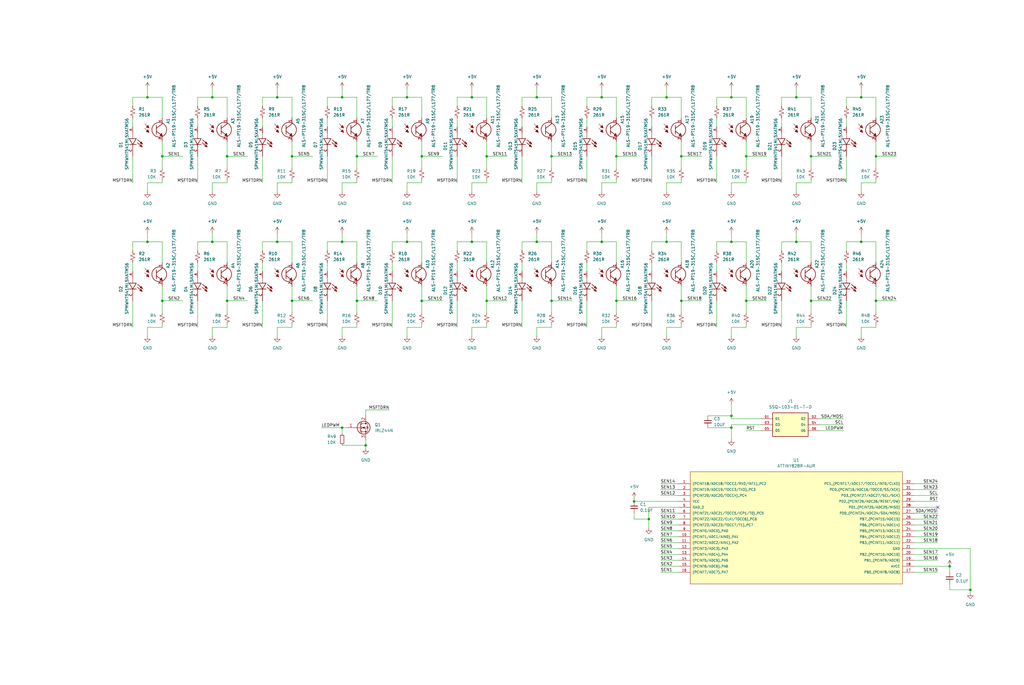
<source format=kicad_sch>
(kicad_sch (version 20211123) (generator eeschema)
  (paper "User" 440.944 294.919)
  (junction (at 181.61 67.31))
  (junction (at 125.73 67.31))
  (junction (at 69.85 129.54))
  (junction (at 175.26 104.14))
  (junction (at 349.25 67.31))
  (junction (at 63.5 41.91))
  (junction (at 91.44 41.91))
  (junction (at 209.55 129.54))
  (junction (at 125.73 129.54))
  (junction (at 175.26 41.91))
  (junction (at 203.2 104.14))
  (junction (at 377.19 129.54))
  (junction (at 265.43 67.31))
  (junction (at 203.2 41.91))
  (junction (at 370.84 104.14))
  (junction (at 273.05 215.9))
  (junction (at 91.44 104.14))
  (junction (at 377.19 67.31))
  (junction (at 119.38 104.14))
  (junction (at 321.31 67.31))
  (junction (at 63.5 104.14))
  (junction (at 293.37 67.31))
  (junction (at 314.96 179.07))
  (junction (at 147.32 104.14))
  (junction (at 153.67 129.54))
  (junction (at 147.32 41.91))
  (junction (at 181.61 129.54))
  (junction (at 314.96 104.14))
  (junction (at 314.96 41.91))
  (junction (at 259.08 104.14))
  (junction (at 119.38 41.91))
  (junction (at 237.49 67.31))
  (junction (at 69.85 67.31))
  (junction (at 321.31 129.54))
  (junction (at 342.9 41.91))
  (junction (at 293.37 129.54))
  (junction (at 349.25 129.54))
  (junction (at 157.48 191.77))
  (junction (at 417.83 254))
  (junction (at 408.94 243.84))
  (junction (at 287.02 41.91))
  (junction (at 231.14 104.14))
  (junction (at 287.02 104.14))
  (junction (at 259.08 41.91))
  (junction (at 342.9 104.14))
  (junction (at 279.4 223.52))
  (junction (at 314.96 184.15))
  (junction (at 237.49 129.54))
  (junction (at 370.84 41.91))
  (junction (at 97.79 129.54))
  (junction (at 265.43 129.54))
  (junction (at 209.55 67.31))
  (junction (at 147.32 184.15))
  (junction (at 231.14 41.91))
  (junction (at 153.67 67.31))
  (junction (at 97.79 67.31))
  (no_connect (at 403.86 218.44))
  (wire (pts (xy 97.79 50.8) (xy 97.79 41.91)))
  (wire (pts (xy 321.31 139.7) (xy 321.31 140.97)))
  (wire (pts (xy 113.03 50.8) (xy 113.03 54.61)))
  (wire (pts (xy 209.55 60.96) (xy 209.55 67.31)))
  (wire (pts (xy 308.61 67.31) (xy 308.61 78.74)))
  (wire (pts (xy 370.84 100.33) (xy 370.84 104.14)))
  (wire (pts (xy 259.08 38.1) (xy 259.08 41.91)))
  (wire (pts (xy 153.67 41.91) (xy 147.32 41.91)))
  (wire (pts (xy 224.79 41.91) (xy 224.79 45.72)))
  (wire (pts (xy 97.79 140.97) (xy 91.44 140.97)))
  (wire (pts (xy 196.85 113.03) (xy 196.85 116.84)))
  (wire (pts (xy 342.9 41.91) (xy 336.55 41.91)))
  (wire (pts (xy 209.55 139.7) (xy 209.55 140.97)))
  (wire (pts (xy 57.15 129.54) (xy 57.15 140.97)))
  (wire (pts (xy 147.32 104.14) (xy 140.97 104.14)))
  (wire (pts (xy 153.67 50.8) (xy 153.67 41.91)))
  (wire (pts (xy 69.85 50.8) (xy 69.85 41.91)))
  (wire (pts (xy 237.49 67.31) (xy 237.49 72.39)))
  (wire (pts (xy 293.37 67.31) (xy 293.37 72.39)))
  (wire (pts (xy 237.49 67.31) (xy 246.38 67.31)))
  (wire (pts (xy 237.49 41.91) (xy 231.14 41.91)))
  (wire (pts (xy 408.94 254) (xy 417.83 254)))
  (wire (pts (xy 336.55 113.03) (xy 336.55 116.84)))
  (wire (pts (xy 181.61 77.47) (xy 181.61 78.74)))
  (wire (pts (xy 273.05 215.9) (xy 273.05 214.63)))
  (wire (pts (xy 209.55 123.19) (xy 209.55 129.54)))
  (wire (pts (xy 265.43 67.31) (xy 274.32 67.31)))
  (wire (pts (xy 293.37 139.7) (xy 293.37 140.97)))
  (wire (pts (xy 279.4 218.44) (xy 292.1 218.44)))
  (wire (pts (xy 119.38 100.33) (xy 119.38 104.14)))
  (wire (pts (xy 342.9 38.1) (xy 342.9 41.91)))
  (wire (pts (xy 147.32 100.33) (xy 147.32 104.14)))
  (wire (pts (xy 63.5 41.91) (xy 57.15 41.91)))
  (wire (pts (xy 265.43 139.7) (xy 265.43 140.97)))
  (wire (pts (xy 377.19 78.74) (xy 370.84 78.74)))
  (wire (pts (xy 321.31 123.19) (xy 321.31 129.54)))
  (wire (pts (xy 284.48 213.36) (xy 292.1 213.36)))
  (wire (pts (xy 57.15 104.14) (xy 57.15 107.95)))
  (wire (pts (xy 168.91 129.54) (xy 168.91 140.97)))
  (wire (pts (xy 284.48 243.84) (xy 292.1 243.84)))
  (wire (pts (xy 265.43 60.96) (xy 265.43 67.31)))
  (wire (pts (xy 265.43 129.54) (xy 274.32 129.54)))
  (wire (pts (xy 209.55 104.14) (xy 203.2 104.14)))
  (wire (pts (xy 279.4 227.33) (xy 279.4 223.52)))
  (wire (pts (xy 224.79 50.8) (xy 224.79 54.61)))
  (wire (pts (xy 209.55 67.31) (xy 218.44 67.31)))
  (wire (pts (xy 91.44 104.14) (xy 85.09 104.14)))
  (wire (pts (xy 181.61 139.7) (xy 181.61 140.97)))
  (wire (pts (xy 265.43 129.54) (xy 265.43 134.62)))
  (wire (pts (xy 140.97 41.91) (xy 140.97 45.72)))
  (wire (pts (xy 393.7 231.14) (xy 403.86 231.14)))
  (wire (pts (xy 153.67 67.31) (xy 153.67 72.39)))
  (wire (pts (xy 293.37 104.14) (xy 287.02 104.14)))
  (wire (pts (xy 153.67 67.31) (xy 162.56 67.31)))
  (wire (pts (xy 265.43 41.91) (xy 259.08 41.91)))
  (wire (pts (xy 85.09 129.54) (xy 85.09 140.97)))
  (wire (pts (xy 349.25 104.14) (xy 342.9 104.14)))
  (wire (pts (xy 153.67 129.54) (xy 162.56 129.54)))
  (wire (pts (xy 284.48 238.76) (xy 292.1 238.76)))
  (wire (pts (xy 125.73 129.54) (xy 125.73 134.62)))
  (wire (pts (xy 308.61 104.14) (xy 308.61 107.95)))
  (wire (pts (xy 237.49 60.96) (xy 237.49 67.31)))
  (wire (pts (xy 349.25 60.96) (xy 349.25 67.31)))
  (wire (pts (xy 287.02 78.74) (xy 287.02 82.55)))
  (wire (pts (xy 63.5 78.74) (xy 63.5 82.55)))
  (wire (pts (xy 113.03 104.14) (xy 113.03 107.95)))
  (wire (pts (xy 237.49 123.19) (xy 237.49 129.54)))
  (wire (pts (xy 175.26 100.33) (xy 175.26 104.14)))
  (wire (pts (xy 69.85 104.14) (xy 63.5 104.14)))
  (wire (pts (xy 196.85 129.54) (xy 196.85 140.97)))
  (wire (pts (xy 349.25 113.03) (xy 349.25 104.14)))
  (wire (pts (xy 336.55 104.14) (xy 336.55 107.95)))
  (wire (pts (xy 349.25 50.8) (xy 349.25 41.91)))
  (wire (pts (xy 57.15 113.03) (xy 57.15 116.84)))
  (wire (pts (xy 349.25 77.47) (xy 349.25 78.74)))
  (wire (pts (xy 157.48 191.77) (xy 157.48 193.04)))
  (wire (pts (xy 237.49 113.03) (xy 237.49 104.14)))
  (wire (pts (xy 125.73 67.31) (xy 134.62 67.31)))
  (wire (pts (xy 321.31 78.74) (xy 314.96 78.74)))
  (wire (pts (xy 181.61 67.31) (xy 190.5 67.31)))
  (wire (pts (xy 393.7 226.06) (xy 403.86 226.06)))
  (wire (pts (xy 63.5 38.1) (xy 63.5 41.91)))
  (wire (pts (xy 321.31 185.42) (xy 327.66 185.42)))
  (wire (pts (xy 265.43 140.97) (xy 259.08 140.97)))
  (wire (pts (xy 119.38 78.74) (xy 119.38 82.55)))
  (wire (pts (xy 157.48 179.07) (xy 157.48 176.53)))
  (wire (pts (xy 125.73 41.91) (xy 119.38 41.91)))
  (wire (pts (xy 314.96 180.34) (xy 327.66 180.34)))
  (wire (pts (xy 377.19 139.7) (xy 377.19 140.97)))
  (wire (pts (xy 370.84 78.74) (xy 370.84 82.55)))
  (wire (pts (xy 57.15 41.91) (xy 57.15 45.72)))
  (wire (pts (xy 342.9 140.97) (xy 342.9 144.78)))
  (wire (pts (xy 393.7 228.6) (xy 403.86 228.6)))
  (wire (pts (xy 57.15 67.31) (xy 57.15 78.74)))
  (wire (pts (xy 273.05 223.52) (xy 279.4 223.52)))
  (wire (pts (xy 370.84 104.14) (xy 364.49 104.14)))
  (wire (pts (xy 393.7 236.22) (xy 417.83 236.22)))
  (wire (pts (xy 377.19 67.31) (xy 377.19 72.39)))
  (wire (pts (xy 377.19 123.19) (xy 377.19 129.54)))
  (wire (pts (xy 280.67 67.31) (xy 280.67 78.74)))
  (wire (pts (xy 349.25 140.97) (xy 342.9 140.97)))
  (wire (pts (xy 91.44 100.33) (xy 91.44 104.14)))
  (wire (pts (xy 280.67 129.54) (xy 280.67 140.97)))
  (wire (pts (xy 349.25 78.74) (xy 342.9 78.74)))
  (wire (pts (xy 119.38 38.1) (xy 119.38 41.91)))
  (wire (pts (xy 284.48 246.38) (xy 292.1 246.38)))
  (wire (pts (xy 153.67 113.03) (xy 153.67 104.14)))
  (wire (pts (xy 259.08 100.33) (xy 259.08 104.14)))
  (wire (pts (xy 97.79 129.54) (xy 106.68 129.54)))
  (wire (pts (xy 157.48 176.53) (xy 167.64 176.53)))
  (wire (pts (xy 364.49 104.14) (xy 364.49 107.95)))
  (wire (pts (xy 293.37 140.97) (xy 287.02 140.97)))
  (wire (pts (xy 293.37 50.8) (xy 293.37 41.91)))
  (wire (pts (xy 252.73 104.14) (xy 252.73 107.95)))
  (wire (pts (xy 196.85 104.14) (xy 196.85 107.95)))
  (wire (pts (xy 147.32 38.1) (xy 147.32 41.91)))
  (wire (pts (xy 265.43 113.03) (xy 265.43 104.14)))
  (wire (pts (xy 113.03 41.91) (xy 113.03 45.72)))
  (wire (pts (xy 237.49 50.8) (xy 237.49 41.91)))
  (wire (pts (xy 265.43 78.74) (xy 259.08 78.74)))
  (wire (pts (xy 280.67 50.8) (xy 280.67 54.61)))
  (wire (pts (xy 321.31 60.96) (xy 321.31 67.31)))
  (wire (pts (xy 181.61 104.14) (xy 175.26 104.14)))
  (wire (pts (xy 364.49 41.91) (xy 364.49 45.72)))
  (wire (pts (xy 273.05 220.98) (xy 273.05 223.52)))
  (wire (pts (xy 153.67 129.54) (xy 153.67 134.62)))
  (wire (pts (xy 119.38 41.91) (xy 113.03 41.91)))
  (wire (pts (xy 304.8 179.07) (xy 314.96 179.07)))
  (wire (pts (xy 119.38 104.14) (xy 113.03 104.14)))
  (wire (pts (xy 403.86 218.44) (xy 393.7 218.44)))
  (wire (pts (xy 393.7 241.3) (xy 403.86 241.3)))
  (wire (pts (xy 125.73 123.19) (xy 125.73 129.54)))
  (wire (pts (xy 417.83 236.22) (xy 417.83 254)))
  (wire (pts (xy 377.19 140.97) (xy 370.84 140.97)))
  (wire (pts (xy 265.43 104.14) (xy 259.08 104.14)))
  (wire (pts (xy 284.48 236.22) (xy 292.1 236.22)))
  (wire (pts (xy 377.19 67.31) (xy 386.08 67.31)))
  (wire (pts (xy 292.1 215.9) (xy 273.05 215.9)))
  (wire (pts (xy 321.31 50.8) (xy 321.31 41.91)))
  (wire (pts (xy 224.79 129.54) (xy 224.79 140.97)))
  (wire (pts (xy 370.84 38.1) (xy 370.84 41.91)))
  (wire (pts (xy 231.14 38.1) (xy 231.14 41.91)))
  (wire (pts (xy 377.19 77.47) (xy 377.19 78.74)))
  (wire (pts (xy 349.25 129.54) (xy 349.25 134.62)))
  (wire (pts (xy 85.09 50.8) (xy 85.09 54.61)))
  (wire (pts (xy 209.55 77.47) (xy 209.55 78.74)))
  (wire (pts (xy 252.73 41.91) (xy 252.73 45.72)))
  (wire (pts (xy 237.49 77.47) (xy 237.49 78.74)))
  (wire (pts (xy 364.49 113.03) (xy 364.49 116.84)))
  (wire (pts (xy 168.91 50.8) (xy 168.91 54.61)))
  (wire (pts (xy 237.49 78.74) (xy 231.14 78.74)))
  (wire (pts (xy 314.96 182.88) (xy 327.66 182.88)))
  (wire (pts (xy 393.7 243.84) (xy 408.94 243.84)))
  (wire (pts (xy 168.91 41.91) (xy 168.91 45.72)))
  (wire (pts (xy 259.08 41.91) (xy 252.73 41.91)))
  (wire (pts (xy 203.2 100.33) (xy 203.2 104.14)))
  (wire (pts (xy 265.43 77.47) (xy 265.43 78.74)))
  (wire (pts (xy 393.7 215.9) (xy 403.86 215.9)))
  (wire (pts (xy 314.96 41.91) (xy 308.61 41.91)))
  (wire (pts (xy 284.48 231.14) (xy 292.1 231.14)))
  (wire (pts (xy 308.61 113.03) (xy 308.61 116.84)))
  (wire (pts (xy 203.2 104.14) (xy 196.85 104.14)))
  (wire (pts (xy 153.67 77.47) (xy 153.67 78.74)))
  (wire (pts (xy 293.37 129.54) (xy 302.26 129.54)))
  (wire (pts (xy 209.55 129.54) (xy 218.44 129.54)))
  (wire (pts (xy 265.43 123.19) (xy 265.43 129.54)))
  (wire (pts (xy 293.37 77.47) (xy 293.37 78.74)))
  (wire (pts (xy 252.73 50.8) (xy 252.73 54.61)))
  (wire (pts (xy 393.7 238.76) (xy 403.86 238.76)))
  (wire (pts (xy 408.94 251.46) (xy 408.94 254)))
  (wire (pts (xy 279.4 218.44) (xy 279.4 223.52)))
  (wire (pts (xy 265.43 67.31) (xy 265.43 72.39)))
  (wire (pts (xy 259.08 104.14) (xy 252.73 104.14)))
  (wire (pts (xy 287.02 41.91) (xy 280.67 41.91)))
  (wire (pts (xy 314.96 140.97) (xy 314.96 144.78)))
  (wire (pts (xy 321.31 129.54) (xy 330.2 129.54)))
  (wire (pts (xy 196.85 50.8) (xy 196.85 54.61)))
  (wire (pts (xy 349.25 139.7) (xy 349.25 140.97)))
  (wire (pts (xy 209.55 78.74) (xy 203.2 78.74)))
  (wire (pts (xy 125.73 129.54) (xy 134.62 129.54)))
  (wire (pts (xy 168.91 67.31) (xy 168.91 78.74)))
  (wire (pts (xy 364.49 129.54) (xy 364.49 140.97)))
  (wire (pts (xy 284.48 233.68) (xy 292.1 233.68)))
  (wire (pts (xy 125.73 104.14) (xy 119.38 104.14)))
  (wire (pts (xy 231.14 104.14) (xy 224.79 104.14)))
  (wire (pts (xy 175.26 41.91) (xy 168.91 41.91)))
  (wire (pts (xy 97.79 67.31) (xy 106.68 67.31)))
  (wire (pts (xy 69.85 78.74) (xy 63.5 78.74)))
  (wire (pts (xy 314.96 38.1) (xy 314.96 41.91)))
  (wire (pts (xy 377.19 104.14) (xy 370.84 104.14)))
  (wire (pts (xy 393.7 223.52) (xy 403.86 223.52)))
  (wire (pts (xy 63.5 104.14) (xy 57.15 104.14)))
  (wire (pts (xy 224.79 113.03) (xy 224.79 116.84)))
  (wire (pts (xy 284.48 228.6) (xy 292.1 228.6)))
  (wire (pts (xy 321.31 41.91) (xy 314.96 41.91)))
  (wire (pts (xy 113.03 67.31) (xy 113.03 78.74)))
  (wire (pts (xy 147.32 184.15) (xy 147.32 186.69)))
  (wire (pts (xy 287.02 140.97) (xy 287.02 144.78)))
  (wire (pts (xy 321.31 67.31) (xy 321.31 72.39)))
  (wire (pts (xy 231.14 78.74) (xy 231.14 82.55)))
  (wire (pts (xy 69.85 67.31) (xy 69.85 72.39)))
  (wire (pts (xy 377.19 113.03) (xy 377.19 104.14)))
  (wire (pts (xy 377.19 129.54) (xy 377.19 134.62)))
  (wire (pts (xy 203.2 41.91) (xy 196.85 41.91)))
  (wire (pts (xy 69.85 140.97) (xy 63.5 140.97)))
  (wire (pts (xy 181.61 41.91) (xy 175.26 41.91)))
  (wire (pts (xy 293.37 123.19) (xy 293.37 129.54)))
  (wire (pts (xy 259.08 140.97) (xy 259.08 144.78)))
  (wire (pts (xy 336.55 41.91) (xy 336.55 45.72)))
  (wire (pts (xy 97.79 113.03) (xy 97.79 104.14)))
  (wire (pts (xy 181.61 50.8) (xy 181.61 41.91)))
  (wire (pts (xy 175.26 38.1) (xy 175.26 41.91)))
  (wire (pts (xy 349.25 67.31) (xy 349.25 72.39)))
  (wire (pts (xy 69.85 129.54) (xy 69.85 134.62)))
  (wire (pts (xy 353.06 185.42) (xy 363.22 185.42)))
  (wire (pts (xy 349.25 41.91) (xy 342.9 41.91)))
  (wire (pts (xy 69.85 123.19) (xy 69.85 129.54)))
  (wire (pts (xy 119.38 140.97) (xy 119.38 144.78)))
  (wire (pts (xy 181.61 129.54) (xy 190.5 129.54)))
  (wire (pts (xy 252.73 129.54) (xy 252.73 140.97)))
  (wire (pts (xy 231.14 140.97) (xy 231.14 144.78)))
  (wire (pts (xy 97.79 129.54) (xy 97.79 134.62)))
  (wire (pts (xy 69.85 60.96) (xy 69.85 67.31)))
  (wire (pts (xy 308.61 50.8) (xy 308.61 54.61)))
  (wire (pts (xy 321.31 77.47) (xy 321.31 78.74)))
  (wire (pts (xy 224.79 104.14) (xy 224.79 107.95)))
  (wire (pts (xy 349.25 123.19) (xy 349.25 129.54)))
  (wire (pts (xy 153.67 139.7) (xy 153.67 140.97)))
  (wire (pts (xy 308.61 129.54) (xy 308.61 140.97)))
  (wire (pts (xy 349.25 129.54) (xy 358.14 129.54)))
  (wire (pts (xy 209.55 113.03) (xy 209.55 104.14)))
  (wire (pts (xy 209.55 140.97) (xy 203.2 140.97)))
  (wire (pts (xy 393.7 213.36) (xy 403.86 213.36)))
  (wire (pts (xy 85.09 41.91) (xy 85.09 45.72)))
  (wire (pts (xy 147.32 78.74) (xy 147.32 82.55)))
  (wire (pts (xy 85.09 113.03) (xy 85.09 116.84)))
  (wire (pts (xy 393.7 233.68) (xy 403.86 233.68)))
  (wire (pts (xy 97.79 67.31) (xy 97.79 72.39)))
  (wire (pts (xy 97.79 139.7) (xy 97.79 140.97)))
  (wire (pts (xy 252.73 113.03) (xy 252.73 116.84)))
  (wire (pts (xy 237.49 139.7) (xy 237.49 140.97)))
  (wire (pts (xy 284.48 220.98) (xy 292.1 220.98)))
  (wire (pts (xy 153.67 104.14) (xy 147.32 104.14)))
  (wire (pts (xy 370.84 41.91) (xy 364.49 41.91)))
  (wire (pts (xy 314.96 179.07) (xy 314.96 173.99)))
  (wire (pts (xy 97.79 123.19) (xy 97.79 129.54)))
  (wire (pts (xy 63.5 100.33) (xy 63.5 104.14)))
  (wire (pts (xy 140.97 67.31) (xy 140.97 78.74)))
  (wire (pts (xy 97.79 78.74) (xy 91.44 78.74)))
  (wire (pts (xy 85.09 67.31) (xy 85.09 78.74)))
  (wire (pts (xy 147.32 140.97) (xy 147.32 144.78)))
  (wire (pts (xy 203.2 78.74) (xy 203.2 82.55)))
  (wire (pts (xy 168.91 104.14) (xy 168.91 107.95)))
  (wire (pts (xy 97.79 41.91) (xy 91.44 41.91)))
  (wire (pts (xy 314.96 180.34) (xy 314.96 179.07)))
  (wire (pts (xy 393.7 210.82) (xy 403.86 210.82)))
  (wire (pts (xy 97.79 77.47) (xy 97.79 78.74)))
  (wire (pts (xy 314.96 182.88) (xy 314.96 184.15)))
  (wire (pts (xy 57.15 50.8) (xy 57.15 54.61)))
  (wire (pts (xy 393.7 220.98) (xy 403.86 220.98)))
  (wire (pts (xy 284.48 241.3) (xy 292.1 241.3)))
  (wire (pts (xy 203.2 140.97) (xy 203.2 144.78)))
  (wire (pts (xy 364.49 67.31) (xy 364.49 78.74)))
  (wire (pts (xy 85.09 104.14) (xy 85.09 107.95)))
  (wire (pts (xy 209.55 67.31) (xy 209.55 72.39)))
  (wire (pts (xy 287.02 38.1) (xy 287.02 41.91)))
  (wire (pts (xy 377.19 129.54) (xy 386.08 129.54)))
  (wire (pts (xy 237.49 104.14) (xy 231.14 104.14)))
  (wire (pts (xy 231.14 100.33) (xy 231.14 104.14)))
  (wire (pts (xy 125.73 139.7) (xy 125.73 140.97)))
  (wire (pts (xy 209.55 129.54) (xy 209.55 134.62)))
  (wire (pts (xy 181.61 123.19) (xy 181.61 129.54)))
  (wire (pts (xy 304.8 184.15) (xy 314.96 184.15)))
  (wire (pts (xy 342.9 100.33) (xy 342.9 104.14)))
  (wire (pts (xy 417.83 255.27) (xy 417.83 254)))
  (wire (pts (xy 125.73 67.31) (xy 125.73 72.39)))
  (wire (pts (xy 314.96 104.14) (xy 308.61 104.14)))
  (wire (pts (xy 175.26 104.14) (xy 168.91 104.14)))
  (wire (pts (xy 342.9 104.14) (xy 336.55 104.14)))
  (wire (pts (xy 353.06 180.34) (xy 363.22 180.34)))
  (wire (pts (xy 140.97 104.14) (xy 140.97 107.95)))
  (wire (pts (xy 321.31 67.31) (xy 330.2 67.31)))
  (wire (pts (xy 168.91 113.03) (xy 168.91 116.84)))
  (wire (pts (xy 153.67 140.97) (xy 147.32 140.97)))
  (wire (pts (xy 196.85 41.91) (xy 196.85 45.72)))
  (wire (pts (xy 125.73 77.47) (xy 125.73 78.74)))
  (wire (pts (xy 284.48 208.28) (xy 292.1 208.28)))
  (wire (pts (xy 265.43 50.8) (xy 265.43 41.91)))
  (wire (pts (xy 393.7 208.28) (xy 403.86 208.28)))
  (wire (pts (xy 153.67 78.74) (xy 147.32 78.74)))
  (wire (pts (xy 147.32 191.77) (xy 157.48 191.77)))
  (wire (pts (xy 280.67 104.14) (xy 280.67 107.95)))
  (wire (pts (xy 259.08 78.74) (xy 259.08 82.55)))
  (wire (pts (xy 125.73 60.96) (xy 125.73 67.31)))
  (wire (pts (xy 181.61 78.74) (xy 175.26 78.74)))
  (wire (pts (xy 147.32 184.15) (xy 149.86 184.15)))
  (wire (pts (xy 284.48 226.06) (xy 292.1 226.06)))
  (wire (pts (xy 181.61 129.54) (xy 181.61 134.62)))
  (wire (pts (xy 69.85 139.7) (xy 69.85 140.97)))
  (wire (pts (xy 284.48 210.82) (xy 292.1 210.82)))
  (wire (pts (xy 293.37 41.91) (xy 287.02 41.91)))
  (wire (pts (xy 69.85 113.03) (xy 69.85 104.14)))
  (wire (pts (xy 408.94 243.84) (xy 408.94 246.38)))
  (wire (pts (xy 336.55 50.8) (xy 336.55 54.61)))
  (wire (pts (xy 284.48 223.52) (xy 292.1 223.52)))
  (wire (pts (xy 321.31 104.14) (xy 314.96 104.14)))
  (wire (pts (xy 314.96 100.33) (xy 314.96 104.14)))
  (wire (pts (xy 153.67 60.96) (xy 153.67 67.31)))
  (wire (pts (xy 181.61 140.97) (xy 175.26 140.97)))
  (wire (pts (xy 113.03 129.54) (xy 113.03 140.97)))
  (wire (pts (xy 370.84 140.97) (xy 370.84 144.78)))
  (wire (pts (xy 377.19 50.8) (xy 377.19 41.91)))
  (wire (pts (xy 314.96 78.74) (xy 314.96 82.55)))
  (wire (pts (xy 138.43 184.15) (xy 147.32 184.15)))
  (wire (pts (xy 287.02 104.14) (xy 280.67 104.14)))
  (wire (pts (xy 377.19 41.91) (xy 370.84 41.91)))
  (wire (pts (xy 224.79 67.31) (xy 224.79 78.74)))
  (wire (pts (xy 181.61 67.31) (xy 181.61 72.39)))
  (wire (pts (xy 140.97 50.8) (xy 140.97 54.61)))
  (wire (pts (xy 293.37 60.96) (xy 293.37 67.31)))
  (wire (pts (xy 321.31 140.97) (xy 314.96 140.97)))
  (wire (pts (xy 321.31 113.03) (xy 321.31 104.14)))
  (wire (pts (xy 377.19 60.96) (xy 377.19 67.31)))
  (wire (pts (xy 97.79 104.14) (xy 91.44 104.14)))
  (wire (pts (xy 237.49 140.97) (xy 231.14 140.97)))
  (wire (pts (xy 140.97 113.03) (xy 140.97 116.84)))
  (wire (pts (xy 69.85 77.47) (xy 69.85 78.74)))
  (wire (pts (xy 287.02 100.33) (xy 287.02 104.14)))
  (wire (pts (xy 125.73 50.8) (xy 125.73 41.91)))
  (wire (pts (xy 353.06 182.88) (xy 363.22 182.88)))
  (wire (pts (xy 196.85 67.31) (xy 196.85 78.74)))
  (wire (pts (xy 125.73 78.74) (xy 119.38 78.74)))
  (wire (pts (xy 203.2 38.1) (xy 203.2 41.91)))
  (wire (pts (xy 63.5 140.97) (xy 63.5 144.78)))
  (wire (pts (xy 175.26 140.97) (xy 175.26 144.78)))
  (wire (pts (xy 280.67 113.03) (xy 280.67 116.84)))
  (wire (pts (xy 237.49 129.54) (xy 246.38 129.54)))
  (wire (pts (xy 140.97 129.54) (xy 140.97 140.97)))
  (wire (pts (xy 349.25 67.31) (xy 358.14 67.31)))
  (wire (pts (xy 113.03 113.03) (xy 113.03 116.84)))
  (wire (pts (xy 157.48 189.23) (xy 157.48 191.77)))
  (wire (pts (xy 181.61 113.03) (xy 181.61 104.14)))
  (wire (pts (xy 97.79 60.96) (xy 97.79 67.31)))
  (wire (pts (xy 231.14 41.91) (xy 224.79 41.91)))
  (wire (pts (xy 314.96 184.15) (xy 314.96 189.23)))
  (wire (pts (xy 336.55 129.54) (xy 336.55 140.97)))
  (wire (pts (xy 321.31 129.54) (xy 321.31 134.62)))
  (wire (pts (xy 69.85 41.91) (xy 63.5 41.91)))
  (wire (pts (xy 252.73 67.31) (xy 252.73 78.74)))
  (wire (pts (xy 293.37 129.54) (xy 293.37 134.62)))
  (wire (pts (xy 280.67 41.91) (xy 280.67 45.72)))
  (wire (pts (xy 125.73 140.97) (xy 119.38 140.97)))
  (wire (pts (xy 91.44 38.1) (xy 91.44 41.91)))
  (wire (pts (xy 209.55 50.8) (xy 209.55 41.91)))
  (wire (pts (xy 175.26 78.74) (xy 175.26 82.55)))
  (wire (pts (xy 293.37 67.31) (xy 302.26 67.31)))
  (wire (pts (xy 153.67 123.19) (xy 153.67 129.54)))
  (wire (pts (xy 293.37 78.74) (xy 287.02 78.74)))
  (wire (pts (xy 69.85 67.31) (xy 78.74 67.31)))
  (wire (pts (xy 91.44 41.91) (xy 85.09 41.91)))
  (wire (pts (xy 308.61 41.91) (xy 308.61 45.72)))
  (wire (pts (xy 91.44 140.97) (xy 91.44 144.78)))
  (wire (pts (xy 209.55 41.91) (xy 203.2 41.91)))
  (wire (pts (xy 237.49 129.54) (xy 237.49 134.62)))
  (wire (pts (xy 336.55 67.31) (xy 336.55 78.74)))
  (wire (pts (xy 364.49 50.8) (xy 364.49 54.61)))
  (wire (pts (xy 91.44 78.74) (xy 91.44 82.55)))
  (wire (pts (xy 393.7 246.38) (xy 403.86 246.38)))
  (wire (pts (xy 342.9 78.74) (xy 342.9 82.55)))
  (wire (pts (xy 147.32 41.91) (xy 140.97 41.91)))
  (wire (pts (xy 125.73 113.03) (xy 125.73 104.14)))
  (wire (pts (xy 181.61 60.96) (xy 181.61 67.31)))
  (wire (pts (xy 293.37 113.03) (xy 293.37 104.14)))
  (wire (pts (xy 69.85 129.54) (xy 78.74 129.54)))
  (label "SEN20" (at 323.85 129.54 0))
  (label "SEN24" (at 379.73 129.54 0))
  (label "SEN19" (at 403.86 231.14 180))
  (label "SEN16" (at 267.97 129.54 0))
  (label "MSFTDRN" (at 224.79 140.97 180))
  (label "MSFTDRN" (at 85.09 140.97 180))
  (label "SEN16" (at 403.86 241.3 180))
  (label "SEN13" (at 284.48 210.82 0))
  (label "SEN10" (at 284.48 223.52 0))
  (label "SEN9" (at 184.15 67.31 0))
  (label "MSFTDRN" (at 224.79 78.74 180))
  (label "SEN12" (at 284.48 213.36 0))
  (label "SEN4" (at 284.48 238.76 0))
  (label "SEN2" (at 72.39 129.54 0))
  (label "SEN18" (at 295.91 129.54 0))
  (label "SEN14" (at 284.48 208.28 0))
  (label "SEN8" (at 284.48 228.6 0))
  (label "SEN1" (at 284.48 246.38 0))
  (label "SEN4" (at 100.33 129.54 0))
  (label "MSFTDRN" (at 196.85 78.74 180))
  (label "SEN10" (at 184.15 129.54 0))
  (label "SEN7" (at 284.48 231.14 0))
  (label "SEN20" (at 403.86 228.6 180))
  (label "MSFTDRN" (at 57.15 140.97 180))
  (label "SEN5" (at 284.48 236.22 0))
  (label "MSFTDRN" (at 113.03 140.97 180))
  (label "SEN17" (at 403.86 238.76 180))
  (label "RST" (at 403.86 215.9 180))
  (label "SEN22" (at 403.86 223.52 180))
  (label "SEN15" (at 267.97 67.31 0))
  (label "MSFTDRN" (at 364.49 140.97 180))
  (label "SDA{slash}MOSI" (at 363.22 180.34 180))
  (label "SEN19" (at 323.85 67.31 0))
  (label "SEN13" (at 240.03 67.31 0))
  (label "SEN2" (at 284.48 243.84 0))
  (label "RST" (at 321.31 185.42 0))
  (label "SEN12" (at 212.09 129.54 0))
  (label "SEN3" (at 100.33 67.31 0))
  (label "SEN24" (at 403.86 208.28 180))
  (label "MSFTDRN" (at 113.03 78.74 180))
  (label "SEN15" (at 403.86 246.38 180))
  (label "SEN3" (at 284.48 241.3 0))
  (label "MSFTDRN" (at 85.09 78.74 180))
  (label "SDA{slash}MOSI" (at 403.86 220.98 180))
  (label "LEDPWM" (at 138.43 184.15 0))
  (label "MSFTDRN" (at 140.97 78.74 180))
  (label "SEN21" (at 403.86 226.06 180))
  (label "MSFTDRN" (at 308.61 78.74 180))
  (label "MSFTDRN" (at 336.55 78.74 180))
  (label "MSFTDRN" (at 167.64 176.53 180))
  (label "SEN7" (at 156.21 67.31 0))
  (label "MSFTDRN" (at 336.55 140.97 180))
  (label "SEN23" (at 379.73 67.31 0))
  (label "MSFTDRN" (at 252.73 140.97 180))
  (label "MSFTDRN" (at 364.49 78.74 180))
  (label "SEN1" (at 72.39 67.31 0))
  (label "SEN8" (at 156.21 129.54 0))
  (label "SEN6" (at 284.48 233.68 0))
  (label "SCL" (at 363.22 182.88 180))
  (label "SEN11" (at 284.48 220.98 0))
  (label "MSFTDRN" (at 168.91 78.74 180))
  (label "MSFTDRN" (at 280.67 140.97 180))
  (label "SEN5" (at 128.27 67.31 0))
  (label "SEN6" (at 128.27 129.54 0))
  (label "MSFTDRN" (at 168.91 140.97 180))
  (label "MSFTDRN" (at 140.97 140.97 180))
  (label "MSFTDRN" (at 252.73 78.74 180))
  (label "SCL" (at 403.86 213.36 180))
  (label "SEN17" (at 295.91 67.31 0))
  (label "SEN22" (at 351.79 129.54 0))
  (label "SEN18" (at 403.86 233.68 180))
  (label "SEN14" (at 240.03 129.54 0))
  (label "MSFTDRN" (at 196.85 140.97 180))
  (label "LEDPWM" (at 363.22 185.42 180))
  (label "MSFTDRN" (at 280.67 78.74 180))
  (label "SEN9" (at 284.48 226.06 0))
  (label "MSFTDRN" (at 308.61 140.97 180))
  (label "SEN11" (at 212.09 67.31 0))
  (label "MSFTDRN" (at 57.15 78.74 180))
  (label "SEN21" (at 351.79 67.31 0))
  (label "SEN23" (at 403.86 210.82 180))
  (symbol (lib_id "power:+5V") (at 91.44 38.1 0) (unit 1)
    (property "Reference" "#PWR05" (effects hide))
    (property "Value" "+5V" (at 91.44 33.02 0))
  )
  (symbol (lib_id "SPMWHT541ML5XATMS6:SPMWHT541ML5XATMS6") (at 140.97 124.46 270) (unit 1)
    (property "Reference" "D8" (at 135.89 123.19 0) (effects (justify left)))
    (property "Value" "SPMWHT541ML5XATMS6" (at 138.43 113.03 0) (effects (justify left)))
    (property "Footprint" "SPMWHT541ML5XATMS6:LED_SPMWHT541MP5WAPKS4" (effects hide))
    (property "MAXIMUM_PACKAGE_HEIGHT" "0.8mm" (effects hide))
    (property "PARTREV" "8.3" (effects hide))
    (property "MANUFACTURER" "Samsung Semiconductor," (effects hide))
    (property "STANDARD" "Manufacturer Recommendations" (effects hide))
  )
  (symbol (lib_id "Device:R_Small_US") (at 140.97 110.49 0) (unit 1)
    (property "Reference" "R14" (at 143.51 109.2199 0) (effects (justify left)))
    (property "Value" "261R" (at 143.51 111.7599 0) (effects (justify left)))
    (property "Footprint" "Resistor_SMD:R_0805_2012Metric_Pad1.20x1.40mm_HandSolder" (effects hide))
  )
  (symbol (lib_id "ALS-PT19-315C_L177_TR8:ALS-PT19-315C{slash}L177{slash}TR8") (at 374.65 118.11 0) (unit 1)
    (property "Reference" "A24" (at 379.73 115.57 90) (effects (justify left)))
    (property "Value" "ALS-PT19-315C/L177/TR8" (at 382.27 125.73 90) (effects (justify left)))
    (property "Footprint" "ALS-PT19-315C_L177_TR8:XDCR_ALS-PT19-315C_L177_TR8" (effects hide))
    (property "MAXIMUM_PACKAGE_HEIGHT" "0.7 mm" (effects hide))
    (property "STANDARD" "Manufacturer Recommendations" (effects hide))
    (property "PARTREV" "5" (effects hide))
    (property "MANUFACTURER" "Everlight" (effects hide))
  )
  (symbol (lib_id "Device:R_Small_US") (at 265.43 74.93 0) (mirror x) (unit 1)
    (property "Reference" "R31" (at 262.89 73.6599 0) (effects (justify right)))
    (property "Value" "10K" (at 262.89 76.1999 0) (effects (justify right)))
    (property "Footprint" "Resistor_SMD:R_0402_1005Metric" (effects hide))
  )
  (symbol (lib_id "power:GND") (at 63.5 82.55 0) (unit 1)
    (property "Reference" "#PWR02" (effects hide))
    (property "Value" "GND" (at 63.5 87.63 0))
  )
  (symbol (lib_id "Device:R_Small_US") (at 57.15 48.26 0) (unit 1)
    (property "Reference" "R1" (at 59.69 46.9899 0) (effects (justify left)))
    (property "Value" "261R" (at 59.69 49.5299 0) (effects (justify left)))
    (property "Footprint" "Resistor_SMD:R_0805_2012Metric_Pad1.20x1.40mm_HandSolder" (effects hide))
  )
  (symbol (lib_id "Device:R_Small_US") (at 280.67 48.26 0) (unit 1)
    (property "Reference" "R33" (at 283.21 46.9899 0) (effects (justify left)))
    (property "Value" "261R" (at 283.21 49.5299 0) (effects (justify left)))
    (property "Footprint" "Resistor_SMD:R_0805_2012Metric_Pad1.20x1.40mm_HandSolder" (effects hide))
  )
  (symbol (lib_id "power:GND") (at 342.9 82.55 0) (unit 1)
    (property "Reference" "#PWR046" (effects hide))
    (property "Value" "GND" (at 342.9 87.63 0))
  )
  (symbol (lib_id "Device:R_Small_US") (at 97.79 137.16 0) (mirror x) (unit 1)
    (property "Reference" "R8" (at 95.25 135.8899 0) (effects (justify right)))
    (property "Value" "10K" (at 95.25 138.4299 0) (effects (justify right)))
    (property "Footprint" "Resistor_SMD:R_0402_1005Metric" (effects hide))
  )
  (symbol (lib_id "Device:R_Small_US") (at 196.85 110.49 0) (unit 1)
    (property "Reference" "R22" (at 199.39 109.2199 0) (effects (justify left)))
    (property "Value" "261R" (at 199.39 111.7599 0) (effects (justify left)))
    (property "Footprint" "Resistor_SMD:R_0805_2012Metric_Pad1.20x1.40mm_HandSolder" (effects hide))
  )
  (symbol (lib_id "power:+5V") (at 259.08 38.1 0) (unit 1)
    (property "Reference" "#PWR029" (effects hide))
    (property "Value" "+5V" (at 259.08 33.02 0))
  )
  (symbol (lib_id "Transistor_FET:IRLZ44N") (at 154.94 184.15 0) (unit 1)
    (property "Reference" "Q1" (at 161.29 182.8799 0) (effects (justify left)))
    (property "Value" "IRLZ44N" (at 161.29 185.4199 0) (effects (justify left)))
    (property "Footprint" "Package_TO_SOT_THT:TO-220-3_Vertical" (effects hide))
    (property "Datasheet" "http://www.irf.com/product-info/datasheets/data/irlz44n.pdf" (effects hide))
  )
  (symbol (lib_id "power:GND") (at 279.4 227.33 0) (unit 1)
    (property "Reference" "#PWR038" (effects hide))
    (property "Value" "GND" (at 279.4 232.41 0))
  )
  (symbol (lib_id "Device:R_Small_US") (at 349.25 137.16 0) (mirror x) (unit 1)
    (property "Reference" "R44" (at 346.71 135.8899 0) (effects (justify right)))
    (property "Value" "10K" (at 346.71 138.4299 0) (effects (justify right)))
    (property "Footprint" "Resistor_SMD:R_0402_1005Metric" (effects hide))
  )
  (symbol (lib_id "Device:R_Small_US") (at 125.73 74.93 0) (mirror x) (unit 1)
    (property "Reference" "R11" (at 123.19 73.6599 0) (effects (justify right)))
    (property "Value" "10K" (at 123.19 76.1999 0) (effects (justify right)))
    (property "Footprint" "Resistor_SMD:R_0402_1005Metric" (effects hide))
  )
  (symbol (lib_id "power:GND") (at 119.38 82.55 0) (unit 1)
    (property "Reference" "#PWR010" (effects hide))
    (property "Value" "GND" (at 119.38 87.63 0))
  )
  (symbol (lib_id "SPMWHT541ML5XATMS6:SPMWHT541ML5XATMS6") (at 57.15 62.23 270) (unit 1)
    (property "Reference" "D1" (at 52.07 60.96 0) (effects (justify left)))
    (property "Value" "SPMWHT541ML5XATMS6" (at 54.61 50.8 0) (effects (justify left)))
    (property "Footprint" "SPMWHT541ML5XATMS6:LED_SPMWHT541MP5WAPKS4" (effects hide))
    (property "MAXIMUM_PACKAGE_HEIGHT" "0.8mm" (effects hide))
    (property "PARTREV" "8.3" (effects hide))
    (property "MANUFACTURER" "Samsung Semiconductor," (effects hide))
    (property "STANDARD" "Manufacturer Recommendations" (effects hide))
  )
  (symbol (lib_id "Device:R_Small_US") (at 321.31 74.93 0) (mirror x) (unit 1)
    (property "Reference" "R39" (at 318.77 73.6599 0) (effects (justify right)))
    (property "Value" "10K" (at 318.77 76.1999 0) (effects (justify right)))
    (property "Footprint" "Resistor_SMD:R_0402_1005Metric" (effects hide))
  )
  (symbol (lib_id "Device:R_Small_US") (at 237.49 137.16 0) (mirror x) (unit 1)
    (property "Reference" "R28" (at 234.95 135.8899 0) (effects (justify right)))
    (property "Value" "10K" (at 234.95 138.4299 0) (effects (justify right)))
    (property "Footprint" "Resistor_SMD:R_0402_1005Metric" (effects hide))
  )
  (symbol (lib_id "Device:R_Small_US") (at 308.61 110.49 0) (unit 1)
    (property "Reference" "R38" (at 311.15 109.2199 0) (effects (justify left)))
    (property "Value" "261R" (at 311.15 111.7599 0) (effects (justify left)))
    (property "Footprint" "Resistor_SMD:R_0805_2012Metric_Pad1.20x1.40mm_HandSolder" (effects hide))
  )
  (symbol (lib_id "power:+5V") (at 175.26 100.33 0) (unit 1)
    (property "Reference" "#PWR019" (effects hide))
    (property "Value" "+5V" (at 175.26 95.25 0))
  )
  (symbol (lib_id "power:GND") (at 314.96 144.78 0) (unit 1)
    (property "Reference" "#PWR042" (effects hide))
    (property "Value" "GND" (at 314.96 149.86 0))
  )
  (symbol (lib_id "power:GND") (at 231.14 144.78 0) (unit 1)
    (property "Reference" "#PWR028" (effects hide))
    (property "Value" "GND" (at 231.14 149.86 0))
  )
  (symbol (lib_id "ALS-PT19-315C_L177_TR8:ALS-PT19-315C{slash}L177{slash}TR8") (at 290.83 118.11 0) (unit 1)
    (property "Reference" "A18" (at 295.91 115.57 90) (effects (justify left)))
    (property "Value" "ALS-PT19-315C/L177/TR8" (at 298.45 125.73 90) (effects (justify left)))
    (property "Footprint" "ALS-PT19-315C_L177_TR8:XDCR_ALS-PT19-315C_L177_TR8" (effects hide))
    (property "MAXIMUM_PACKAGE_HEIGHT" "0.7 mm" (effects hide))
    (property "STANDARD" "Manufacturer Recommendations" (effects hide))
    (property "PARTREV" "5" (effects hide))
    (property "MANUFACTURER" "Everlight" (effects hide))
  )
  (symbol (lib_id "ALS-PT19-315C_L177_TR8:ALS-PT19-315C{slash}L177{slash}TR8") (at 318.77 118.11 0) (unit 1)
    (property "Reference" "A20" (at 323.85 115.57 90) (effects (justify left)))
    (property "Value" "ALS-PT19-315C/L177/TR8" (at 326.39 125.73 90) (effects (justify left)))
    (property "Footprint" "ALS-PT19-315C_L177_TR8:XDCR_ALS-PT19-315C_L177_TR8" (effects hide))
    (property "MAXIMUM_PACKAGE_HEIGHT" "0.7 mm" (effects hide))
    (property "STANDARD" "Manufacturer Recommendations" (effects hide))
    (property "PARTREV" "5" (effects hide))
    (property "MANUFACTURER" "Everlight" (effects hide))
  )
  (symbol (lib_id "SPMWHT541ML5XATMS6:SPMWHT541ML5XATMS6") (at 168.91 62.23 270) (unit 1)
    (property "Reference" "D9" (at 163.83 60.96 0) (effects (justify left)))
    (property "Value" "SPMWHT541ML5XATMS6" (at 166.37 50.8 0) (effects (justify left)))
    (property "Footprint" "SPMWHT541ML5XATMS6:LED_SPMWHT541MP5WAPKS4" (effects hide))
    (property "MAXIMUM_PACKAGE_HEIGHT" "0.8mm" (effects hide))
    (property "PARTREV" "8.3" (effects hide))
    (property "MANUFACTURER" "Samsung Semiconductor," (effects hide))
    (property "STANDARD" "Manufacturer Recommendations" (effects hide))
  )
  (symbol (lib_id "power:GND") (at 147.32 144.78 0) (unit 1)
    (property "Reference" "#PWR016" (effects hide))
    (property "Value" "GND" (at 147.32 149.86 0))
  )
  (symbol (lib_id "SPMWHT541ML5XATMS6:SPMWHT541ML5XATMS6") (at 364.49 62.23 270) (unit 1)
    (property "Reference" "D23" (at 359.41 60.96 0) (effects (justify left)))
    (property "Value" "SPMWHT541ML5XATMS6" (at 361.95 50.8 0) (effects (justify left)))
    (property "Footprint" "SPMWHT541ML5XATMS6:LED_SPMWHT541MP5WAPKS4" (effects hide))
    (property "MAXIMUM_PACKAGE_HEIGHT" "0.8mm" (effects hide))
    (property "PARTREV" "8.3" (effects hide))
    (property "MANUFACTURER" "Samsung Semiconductor," (effects hide))
    (property "STANDARD" "Manufacturer Recommendations" (effects hide))
  )
  (symbol (lib_id "Device:R_Small_US") (at 321.31 137.16 0) (mirror x) (unit 1)
    (property "Reference" "R40" (at 318.77 135.8899 0) (effects (justify right)))
    (property "Value" "10K" (at 318.77 138.4299 0) (effects (justify right)))
    (property "Footprint" "Resistor_SMD:R_0402_1005Metric" (effects hide))
  )
  (symbol (lib_id "Device:R_Small_US") (at 113.03 110.49 0) (unit 1)
    (property "Reference" "R10" (at 115.57 109.2199 0) (effects (justify left)))
    (property "Value" "261R" (at 115.57 111.7599 0) (effects (justify left)))
    (property "Footprint" "Resistor_SMD:R_0805_2012Metric_Pad1.20x1.40mm_HandSolder" (effects hide))
  )
  (symbol (lib_id "ALS-PT19-315C_L177_TR8:ALS-PT19-315C{slash}L177{slash}TR8") (at 234.95 118.11 0) (unit 1)
    (property "Reference" "A14" (at 240.03 115.57 90) (effects (justify left)))
    (property "Value" "ALS-PT19-315C/L177/TR8" (at 242.57 125.73 90) (effects (justify left)))
    (property "Footprint" "ALS-PT19-315C_L177_TR8:XDCR_ALS-PT19-315C_L177_TR8" (effects hide))
    (property "MAXIMUM_PACKAGE_HEIGHT" "0.7 mm" (effects hide))
    (property "STANDARD" "Manufacturer Recommendations" (effects hide))
    (property "PARTREV" "5" (effects hide))
    (property "MANUFACTURER" "Everlight" (effects hide))
  )
  (symbol (lib_id "Device:R_Small_US") (at 364.49 110.49 0) (unit 1)
    (property "Reference" "R46" (at 367.03 109.2199 0) (effects (justify left)))
    (property "Value" "261R" (at 367.03 111.7599 0) (effects (justify left)))
    (property "Footprint" "Resistor_SMD:R_0805_2012Metric_Pad1.20x1.40mm_HandSolder" (effects hide))
  )
  (symbol (lib_id "ALS-PT19-315C_L177_TR8:ALS-PT19-315C{slash}L177{slash}TR8") (at 262.89 118.11 0) (unit 1)
    (property "Reference" "A16" (at 267.97 115.57 90) (effects (justify left)))
    (property "Value" "ALS-PT19-315C/L177/TR8" (at 270.51 125.73 90) (effects (justify left)))
    (property "Footprint" "ALS-PT19-315C_L177_TR8:XDCR_ALS-PT19-315C_L177_TR8" (effects hide))
    (property "MAXIMUM_PACKAGE_HEIGHT" "0.7 mm" (effects hide))
    (property "STANDARD" "Manufacturer Recommendations" (effects hide))
    (property "PARTREV" "5" (effects hide))
    (property "MANUFACTURER" "Everlight" (effects hide))
  )
  (symbol (lib_id "Device:R_Small_US") (at 336.55 110.49 0) (unit 1)
    (property "Reference" "R42" (at 339.09 109.2199 0) (effects (justify left)))
    (property "Value" "261R" (at 339.09 111.7599 0) (effects (justify left)))
    (property "Footprint" "Resistor_SMD:R_0805_2012Metric_Pad1.20x1.40mm_HandSolder" (effects hide))
  )
  (symbol (lib_id "SPMWHT541ML5XATMS6:SPMWHT541ML5XATMS6") (at 113.03 124.46 270) (unit 1)
    (property "Reference" "D6" (at 107.95 123.19 0) (effects (justify left)))
    (property "Value" "SPMWHT541ML5XATMS6" (at 110.49 113.03 0) (effects (justify left)))
    (property "Footprint" "SPMWHT541ML5XATMS6:LED_SPMWHT541MP5WAPKS4" (effects hide))
    (property "MAXIMUM_PACKAGE_HEIGHT" "0.8mm" (effects hide))
    (property "PARTREV" "8.3" (effects hide))
    (property "MANUFACTURER" "Samsung Semiconductor," (effects hide))
    (property "STANDARD" "Manufacturer Recommendations" (effects hide))
  )
  (symbol (lib_id "power:+5V") (at 370.84 38.1 0) (unit 1)
    (property "Reference" "#PWR049" (effects hide))
    (property "Value" "+5V" (at 370.84 33.02 0))
  )
  (symbol (lib_id "SPMWHT541ML5XATMS6:SPMWHT541ML5XATMS6") (at 336.55 124.46 270) (unit 1)
    (property "Reference" "D22" (at 331.47 123.19 0) (effects (justify left)))
    (property "Value" "SPMWHT541ML5XATMS6" (at 334.01 113.03 0) (effects (justify left)))
    (property "Footprint" "SPMWHT541ML5XATMS6:LED_SPMWHT541MP5WAPKS4" (effects hide))
    (property "MAXIMUM_PACKAGE_HEIGHT" "0.8mm" (effects hide))
    (property "PARTREV" "8.3" (effects hide))
    (property "MANUFACTURER" "Samsung Semiconductor," (effects hide))
    (property "STANDARD" "Manufacturer Recommendations" (effects hide))
  )
  (symbol (lib_id "power:+5V") (at 287.02 38.1 0) (unit 1)
    (property "Reference" "#PWR034" (effects hide))
    (property "Value" "+5V" (at 287.02 33.02 0))
  )
  (symbol (lib_id "Device:R_Small_US") (at 69.85 137.16 0) (mirror x) (unit 1)
    (property "Reference" "R4" (at 67.31 135.8899 0) (effects (justify right)))
    (property "Value" "10K" (at 67.31 138.4299 0) (effects (justify right)))
    (property "Footprint" "Resistor_SMD:R_0402_1005Metric" (effects hide))
  )
  (symbol (lib_id "Device:R_Small_US") (at 377.19 137.16 0) (mirror x) (unit 1)
    (property "Reference" "R48" (at 374.65 135.8899 0) (effects (justify right)))
    (property "Value" "10K" (at 374.65 138.4299 0) (effects (justify right)))
    (property "Footprint" "Resistor_SMD:R_0402_1005Metric" (effects hide))
  )
  (symbol (lib_id "power:+5V") (at 119.38 100.33 0) (unit 1)
    (property "Reference" "#PWR011" (effects hide))
    (property "Value" "+5V" (at 119.38 95.25 0))
  )
  (symbol (lib_id "power:GND") (at 91.44 82.55 0) (unit 1)
    (property "Reference" "#PWR06" (effects hide))
    (property "Value" "GND" (at 91.44 87.63 0))
  )
  (symbol (lib_id "SPMWHT541ML5XATMS6:SPMWHT541ML5XATMS6") (at 224.79 124.46 270) (unit 1)
    (property "Reference" "D14" (at 219.71 123.19 0) (effects (justify left)))
    (property "Value" "SPMWHT541ML5XATMS6" (at 222.25 113.03 0) (effects (justify left)))
    (property "Footprint" "SPMWHT541ML5XATMS6:LED_SPMWHT541MP5WAPKS4" (effects hide))
    (property "MAXIMUM_PACKAGE_HEIGHT" "0.8mm" (effects hide))
    (property "PARTREV" "8.3" (effects hide))
    (property "MANUFACTURER" "Samsung Semiconductor," (effects hide))
    (property "STANDARD" "Manufacturer Recommendations" (effects hide))
  )
  (symbol (lib_id "power:GND") (at 314.96 82.55 0) (unit 1)
    (property "Reference" "#PWR040" (effects hide))
    (property "Value" "GND" (at 314.96 87.63 0))
  )
  (symbol (lib_id "ALS-PT19-315C_L177_TR8:ALS-PT19-315C{slash}L177{slash}TR8") (at 151.13 118.11 0) (unit 1)
    (property "Reference" "A8" (at 156.21 115.57 90) (effects (justify left)))
    (property "Value" "ALS-PT19-315C/L177/TR8" (at 158.75 125.73 90) (effects (justify left)))
    (property "Footprint" "ALS-PT19-315C_L177_TR8:XDCR_ALS-PT19-315C_L177_TR8" (effects hide))
    (property "MAXIMUM_PACKAGE_HEIGHT" "0.7 mm" (effects hide))
    (property "STANDARD" "Manufacturer Recommendations" (effects hide))
    (property "PARTREV" "5" (effects hide))
    (property "MANUFACTURER" "Everlight" (effects hide))
  )
  (symbol (lib_id "ALS-PT19-315C_L177_TR8:ALS-PT19-315C{slash}L177{slash}TR8") (at 95.25 55.88 0) (unit 1)
    (property "Reference" "A3" (at 100.33 53.34 90) (effects (justify left)))
    (property "Value" "ALS-PT19-315C/L177/TR8" (at 102.87 63.5 90) (effects (justify left)))
    (property "Footprint" "ALS-PT19-315C_L177_TR8:XDCR_ALS-PT19-315C_L177_TR8" (effects hide))
    (property "MAXIMUM_PACKAGE_HEIGHT" "0.7 mm" (effects hide))
    (property "STANDARD" "Manufacturer Recommendations" (effects hide))
    (property "PARTREV" "5" (effects hide))
    (property "MANUFACTURER" "Everlight" (effects hide))
  )
  (symbol (lib_id "power:+5V") (at 147.32 38.1 0) (unit 1)
    (property "Reference" "#PWR013" (effects hide))
    (property "Value" "+5V" (at 147.32 33.02 0))
  )
  (symbol (lib_id "Device:R_Small_US") (at 308.61 48.26 0) (unit 1)
    (property "Reference" "R37" (at 311.15 46.9899 0) (effects (justify left)))
    (property "Value" "261R" (at 311.15 49.5299 0) (effects (justify left)))
    (property "Footprint" "Resistor_SMD:R_0805_2012Metric_Pad1.20x1.40mm_HandSolder" (effects hide))
  )
  (symbol (lib_id "Device:R_Small_US") (at 168.91 110.49 0) (unit 1)
    (property "Reference" "R18" (at 171.45 109.2199 0) (effects (justify left)))
    (property "Value" "261R" (at 171.45 111.7599 0) (effects (justify left)))
    (property "Footprint" "Resistor_SMD:R_0805_2012Metric_Pad1.20x1.40mm_HandSolder" (effects hide))
  )
  (symbol (lib_id "Device:R_Small_US") (at 196.85 48.26 0) (unit 1)
    (property "Reference" "R21" (at 199.39 46.9899 0) (effects (justify left)))
    (property "Value" "261R" (at 199.39 49.5299 0) (effects (justify left)))
    (property "Footprint" "Resistor_SMD:R_0805_2012Metric_Pad1.20x1.40mm_HandSolder" (effects hide))
  )
  (symbol (lib_id "Device:R_Small_US") (at 252.73 48.26 0) (unit 1)
    (property "Reference" "R29" (at 255.27 46.9899 0) (effects (justify left)))
    (property "Value" "261R" (at 255.27 49.5299 0) (effects (justify left)))
    (property "Footprint" "Resistor_SMD:R_0805_2012Metric_Pad1.20x1.40mm_HandSolder" (effects hide))
  )
  (symbol (lib_id "Device:R_Small_US") (at 69.85 74.93 0) (mirror x) (unit 1)
    (property "Reference" "R3" (at 67.31 73.6599 0) (effects (justify right)))
    (property "Value" "10K" (at 67.31 76.1999 0) (effects (justify right)))
    (property "Footprint" "Resistor_SMD:R_0402_1005Metric" (effects hide))
  )
  (symbol (lib_id "power:GND") (at 157.48 193.04 0) (unit 1)
    (property "Reference" "#PWR0101" (effects hide))
    (property "Value" "GND" (at 157.48 198.12 0))
  )
  (symbol (lib_id "power:+5V") (at 273.05 214.63 0) (unit 1)
    (property "Reference" "#PWR033" (effects hide))
    (property "Value" "+5V" (at 273.05 209.55 0))
  )
  (symbol (lib_id "ALS-PT19-315C_L177_TR8:ALS-PT19-315C{slash}L177{slash}TR8") (at 151.13 55.88 0) (unit 1)
    (property "Reference" "A7" (at 156.21 53.34 90) (effects (justify left)))
    (property "Value" "ALS-PT19-315C/L177/TR8" (at 158.75 63.5 90) (effects (justify left)))
    (property "Footprint" "ALS-PT19-315C_L177_TR8:XDCR_ALS-PT19-315C_L177_TR8" (effects hide))
    (property "MAXIMUM_PACKAGE_HEIGHT" "0.7 mm" (effects hide))
    (property "STANDARD" "Manufacturer Recommendations" (effects hide))
    (property "PARTREV" "5" (effects hide))
    (property "MANUFACTURER" "Everlight" (effects hide))
  )
  (symbol (lib_id "SPMWHT541ML5XATMS6:SPMWHT541ML5XATMS6") (at 168.91 124.46 270) (unit 1)
    (property "Reference" "D10" (at 163.83 123.19 0) (effects (justify left)))
    (property "Value" "SPMWHT541ML5XATMS6" (at 166.37 113.03 0) (effects (justify left)))
    (property "Footprint" "SPMWHT541ML5XATMS6:LED_SPMWHT541MP5WAPKS4" (effects hide))
    (property "MAXIMUM_PACKAGE_HEIGHT" "0.8mm" (effects hide))
    (property "PARTREV" "8.3" (effects hide))
    (property "MANUFACTURER" "Samsung Semiconductor," (effects hide))
    (property "STANDARD" "Manufacturer Recommendations" (effects hide))
  )
  (symbol (lib_id "Device:R_Small_US") (at 57.15 110.49 0) (unit 1)
    (property "Reference" "R2" (at 59.69 109.2199 0) (effects (justify left)))
    (property "Value" "261R" (at 59.69 111.7599 0) (effects (justify left)))
    (property "Footprint" "Resistor_SMD:R_0805_2012Metric_Pad1.20x1.40mm_HandSolder" (effects hide))
  )
  (symbol (lib_id "Device:R_Small_US") (at 280.67 110.49 0) (unit 1)
    (property "Reference" "R34" (at 283.21 109.2199 0) (effects (justify left)))
    (property "Value" "261R" (at 283.21 111.7599 0) (effects (justify left)))
    (property "Footprint" "Resistor_SMD:R_0805_2012Metric_Pad1.20x1.40mm_HandSolder" (effects hide))
  )
  (symbol (lib_id "power:GND") (at 342.9 144.78 0) (unit 1)
    (property "Reference" "#PWR048" (effects hide))
    (property "Value" "GND" (at 342.9 149.86 0))
  )
  (symbol (lib_id "ALS-PT19-315C_L177_TR8:ALS-PT19-315C{slash}L177{slash}TR8") (at 179.07 55.88 0) (unit 1)
    (property "Reference" "A9" (at 184.15 53.34 90) (effects (justify left)))
    (property "Value" "ALS-PT19-315C/L177/TR8" (at 186.69 63.5 90) (effects (justify left)))
    (property "Footprint" "ALS-PT19-315C_L177_TR8:XDCR_ALS-PT19-315C_L177_TR8" (effects hide))
    (property "MAXIMUM_PACKAGE_HEIGHT" "0.7 mm" (effects hide))
    (property "STANDARD" "Manufacturer Recommendations" (effects hide))
    (property "PARTREV" "5" (effects hide))
    (property "MANUFACTURER" "Everlight" (effects hide))
  )
  (symbol (lib_id "Device:R_Small_US") (at 377.19 74.93 0) (mirror x) (unit 1)
    (property "Reference" "R47" (at 374.65 73.6599 0) (effects (justify right)))
    (property "Value" "10K" (at 374.65 76.1999 0) (effects (justify right)))
    (property "Footprint" "Resistor_SMD:R_0402_1005Metric" (effects hide))
  )
  (symbol (lib_id "Device:R_Small_US") (at 181.61 74.93 0) (mirror x) (unit 1)
    (property "Reference" "R19" (at 179.07 73.6599 0) (effects (justify right)))
    (property "Value" "10K" (at 179.07 76.1999 0) (effects (justify right)))
    (property "Footprint" "Resistor_SMD:R_0402_1005Metric" (effects hide))
  )
  (symbol (lib_id "Device:R_Small_US") (at 168.91 48.26 0) (unit 1)
    (property "Reference" "R17" (at 171.45 46.9899 0) (effects (justify left)))
    (property "Value" "261R" (at 171.45 49.5299 0) (effects (justify left)))
    (property "Footprint" "Resistor_SMD:R_0805_2012Metric_Pad1.20x1.40mm_HandSolder" (effects hide))
  )
  (symbol (lib_id "Device:R_Small_US") (at 265.43 137.16 0) (mirror x) (unit 1)
    (property "Reference" "R32" (at 262.89 135.8899 0) (effects (justify right)))
    (property "Value" "10K" (at 262.89 138.4299 0) (effects (justify right)))
    (property "Footprint" "Resistor_SMD:R_0402_1005Metric" (effects hide))
  )
  (symbol (lib_id "power:+5V") (at 175.26 38.1 0) (unit 1)
    (property "Reference" "#PWR017" (effects hide))
    (property "Value" "+5V" (at 175.26 33.02 0))
  )
  (symbol (lib_id "Device:C_Small") (at 408.94 248.92 0) (unit 1)
    (property "Reference" "C2" (at 411.48 247.6562 0) (effects (justify left)))
    (property "Value" "0.1UF" (at 411.48 250.19 0) (effects (justify left)))
    (property "Footprint" "Capacitor_SMD:C_0805_2012Metric_Pad1.18x1.45mm_HandSolder" (effects hide))
  )
  (symbol (lib_id "ALS-PT19-315C_L177_TR8:ALS-PT19-315C{slash}L177{slash}TR8") (at 234.95 55.88 0) (unit 1)
    (property "Reference" "A13" (at 240.03 53.34 90) (effects (justify left)))
    (property "Value" "ALS-PT19-315C/L177/TR8" (at 242.57 63.5 90) (effects (justify left)))
    (property "Footprint" "ALS-PT19-315C_L177_TR8:XDCR_ALS-PT19-315C_L177_TR8" (effects hide))
    (property "MAXIMUM_PACKAGE_HEIGHT" "0.7 mm" (effects hide))
    (property "STANDARD" "Manufacturer Recommendations" (effects hide))
    (property "PARTREV" "5" (effects hide))
    (property "MANUFACTURER" "Everlight" (effects hide))
  )
  (symbol (lib_id "Device:R_Small_US") (at 293.37 74.93 0) (mirror x) (unit 1)
    (property "Reference" "R35" (at 290.83 73.6599 0) (effects (justify right)))
    (property "Value" "10K" (at 290.83 76.1999 0) (effects (justify right)))
    (property "Footprint" "Resistor_SMD:R_0402_1005Metric" (effects hide))
  )
  (symbol (lib_id "ATTINY828R-AUR:ATTINY828R-AUR") (at 289.56 208.28 0) (unit 1)
    (property "Reference" "U1" (at 342.9 198.12 0))
    (property "Value" "ATTINY828R-AUR" (at 342.9 200.66 0))
    (property "Footprint" "ATTINY828R-AUR:TQFP32_9X9_MCH" (effects hide))
    (property "VENDOR" "Microchip" (effects hide))
    (property "MANUFACTURER" "Microchip" (effects hide))
    (property "BUILT_BY" "EMA_Molly" (effects hide))
    (property "DATASHEET_URL" "http://ww1.microchip.com/downloads/en/DeviceDoc/doc8371.pdf" (effects hide))
    (property "SOURCELIBRARY" "Microchip_2019-08-23_25" (effects hide))
    (property "THERMA_PART_NUMBER" "300-1005-00" (effects hide))
    (property "MANUFACTURER_PART_NUMBER" "ATTINY828R-AUR" (effects hide))
    (property "COPYRIGHT" "Copyright (C) 2018 Accelerated Designs. All rights reserved" (effects hide))
  )
  (symbol (lib_id "ALS-PT19-315C_L177_TR8:ALS-PT19-315C{slash}L177{slash}TR8") (at 67.31 118.11 0) (unit 1)
    (property "Reference" "A2" (at 72.39 115.57 90) (effects (justify left)))
    (property "Value" "ALS-PT19-315C/L177/TR8" (at 74.93 125.73 90) (effects (justify left)))
    (property "Footprint" "ALS-PT19-315C_L177_TR8:XDCR_ALS-PT19-315C_L177_TR8" (effects hide))
    (property "MAXIMUM_PACKAGE_HEIGHT" "0.7 mm" (effects hide))
    (property "STANDARD" "Manufacturer Recommendations" (effects hide))
    (property "PARTREV" "5" (effects hide))
    (property "MANUFACTURER" "Everlight" (effects hide))
  )
  (symbol (lib_id "ALS-PT19-315C_L177_TR8:ALS-PT19-315C{slash}L177{slash}TR8") (at 123.19 118.11 0) (unit 1)
    (property "Reference" "A6" (at 128.27 115.57 90) (effects (justify left)))
    (property "Value" "ALS-PT19-315C/L177/TR8" (at 130.81 125.73 90) (effects (justify left)))
    (property "Footprint" "ALS-PT19-315C_L177_TR8:XDCR_ALS-PT19-315C_L177_TR8" (effects hide))
    (property "MAXIMUM_PACKAGE_HEIGHT" "0.7 mm" (effects hide))
    (property "STANDARD" "Manufacturer Recommendations" (effects hide))
    (property "PARTREV" "5" (effects hide))
    (property "MANUFACTURER" "Everlight" (effects hide))
  )
  (symbol (lib_id "Device:R_Small_US") (at 153.67 137.16 0) (mirror x) (unit 1)
    (property "Reference" "R16" (at 151.13 135.8899 0) (effects (justify right)))
    (property "Value" "10K" (at 151.13 138.4299 0) (effects (justify right)))
    (property "Footprint" "Resistor_SMD:R_0402_1005Metric" (effects hide))
  )
  (symbol (lib_id "ALS-PT19-315C_L177_TR8:ALS-PT19-315C{slash}L177{slash}TR8") (at 290.83 55.88 0) (unit 1)
    (property "Reference" "A17" (at 295.91 53.34 90) (effects (justify left)))
    (property "Value" "ALS-PT19-315C/L177/TR8" (at 298.45 63.5 90) (effects (justify left)))
    (property "Footprint" "ALS-PT19-315C_L177_TR8:XDCR_ALS-PT19-315C_L177_TR8" (effects hide))
    (property "MAXIMUM_PACKAGE_HEIGHT" "0.7 mm" (effects hide))
    (property "STANDARD" "Manufacturer Recommendations" (effects hide))
    (property "PARTREV" "5" (effects hide))
    (property "MANUFACTURER" "Everlight" (effects hide))
  )
  (symbol (lib_id "Device:R_Small_US") (at 209.55 74.93 0) (mirror x) (unit 1)
    (property "Reference" "R23" (at 207.01 73.6599 0) (effects (justify right)))
    (property "Value" "10K" (at 207.01 76.1999 0) (effects (justify right)))
    (property "Footprint" "Resistor_SMD:R_0402_1005Metric" (effects hide))
  )
  (symbol (lib_id "power:GND") (at 91.44 144.78 0) (unit 1)
    (property "Reference" "#PWR08" (effects hide))
    (property "Value" "GND" (at 91.44 149.86 0))
  )
  (symbol (lib_id "Device:R_Small_US") (at 349.25 74.93 0) (mirror x) (unit 1)
    (property "Reference" "R43" (at 346.71 73.6599 0) (effects (justify right)))
    (property "Value" "10K" (at 346.71 76.1999 0) (effects (justify right)))
    (property "Footprint" "Resistor_SMD:R_0402_1005Metric" (effects hide))
  )
  (symbol (lib_id "SPMWHT541ML5XATMS6:SPMWHT541ML5XATMS6") (at 280.67 124.46 270) (unit 1)
    (property "Reference" "D18" (at 275.59 123.19 0) (effects (justify left)))
    (property "Value" "SPMWHT541ML5XATMS6" (at 278.13 113.03 0) (effects (justify left)))
    (property "Footprint" "SPMWHT541ML5XATMS6:LED_SPMWHT541MP5WAPKS4" (effects hide))
    (property "MAXIMUM_PACKAGE_HEIGHT" "0.8mm" (effects hide))
    (property "PARTREV" "8.3" (effects hide))
    (property "MANUFACTURER" "Samsung Semiconductor," (effects hide))
    (property "STANDARD" "Manufacturer Recommendations" (effects hide))
  )
  (symbol (lib_id "power:+5V") (at 259.08 100.33 0) (unit 1)
    (property "Reference" "#PWR031" (effects hide))
    (property "Value" "+5V" (at 259.08 95.25 0))
  )
  (symbol (lib_id "power:+5V") (at 63.5 100.33 0) (unit 1)
    (property "Reference" "#PWR03" (effects hide))
    (property "Value" "+5V" (at 63.5 95.25 0))
  )
  (symbol (lib_id "power:+5V") (at 119.38 38.1 0) (unit 1)
    (property "Reference" "#PWR09" (effects hide))
    (property "Value" "+5V" (at 119.38 33.02 0))
  )
  (symbol (lib_id "SPMWHT541ML5XATMS6:SPMWHT541ML5XATMS6") (at 224.79 62.23 270) (unit 1)
    (property "Reference" "D13" (at 219.71 60.96 0) (effects (justify left)))
    (property "Value" "SPMWHT541ML5XATMS6" (at 222.25 50.8 0) (effects (justify left)))
    (property "Footprint" "SPMWHT541ML5XATMS6:LED_SPMWHT541MP5WAPKS4" (effects hide))
    (property "MAXIMUM_PACKAGE_HEIGHT" "0.8mm" (effects hide))
    (property "PARTREV" "8.3" (effects hide))
    (property "MANUFACTURER" "Samsung Semiconductor," (effects hide))
    (property "STANDARD" "Manufacturer Recommendations" (effects hide))
  )
  (symbol (lib_id "SPMWHT541ML5XATMS6:SPMWHT541ML5XATMS6") (at 252.73 124.46 270) (unit 1)
    (property "Reference" "D16" (at 247.65 123.19 0) (effects (justify left)))
    (property "Value" "SPMWHT541ML5XATMS6" (at 250.19 113.03 0) (effects (justify left)))
    (property "Footprint" "SPMWHT541ML5XATMS6:LED_SPMWHT541MP5WAPKS4" (effects hide))
    (property "MAXIMUM_PACKAGE_HEIGHT" "0.8mm" (effects hide))
    (property "PARTREV" "8.3" (effects hide))
    (property "MANUFACTURER" "Samsung Semiconductor," (effects hide))
    (property "STANDARD" "Manufacturer Recommendations" (effects hide))
  )
  (symbol (lib_id "SPMWHT541ML5XATMS6:SPMWHT541ML5XATMS6") (at 280.67 62.23 270) (unit 1)
    (property "Reference" "D17" (at 275.59 60.96 0) (effects (justify left)))
    (property "Value" "SPMWHT541ML5XATMS6" (at 278.13 50.8 0) (effects (justify left)))
    (property "Footprint" "SPMWHT541ML5XATMS6:LED_SPMWHT541MP5WAPKS4" (effects hide))
    (property "MAXIMUM_PACKAGE_HEIGHT" "0.8mm" (effects hide))
    (property "PARTREV" "8.3" (effects hide))
    (property "MANUFACTURER" "Samsung Semiconductor," (effects hide))
    (property "STANDARD" "Manufacturer Recommendations" (effects hide))
  )
  (symbol (lib_id "Device:R_Small_US") (at 209.55 137.16 0) (mirror x) (unit 1)
    (property "Reference" "R24" (at 207.01 135.8899 0) (effects (justify right)))
    (property "Value" "10K" (at 207.01 138.4299 0) (effects (justify right)))
    (property "Footprint" "Resistor_SMD:R_0402_1005Metric" (effects hide))
  )
  (symbol (lib_id "Device:R_Small") (at 147.32 189.23 0) (mirror x) (unit 1)
    (property "Reference" "R49" (at 144.78 187.9599 0) (effects (justify right)))
    (property "Value" "10K" (at 144.78 190.4999 0) (effects (justify right)))
    (property "Footprint" "Resistor_SMD:R_0805_2012Metric" (effects hide))
  )
  (symbol (lib_id "power:+5V") (at 147.32 100.33 0) (unit 1)
    (property "Reference" "#PWR015" (effects hide))
    (property "Value" "+5V" (at 147.32 95.25 0))
  )
  (symbol (lib_id "ALS-PT19-315C_L177_TR8:ALS-PT19-315C{slash}L177{slash}TR8") (at 318.77 55.88 0) (unit 1)
    (property "Reference" "A19" (at 323.85 53.34 90) (effects (justify left)))
    (property "Value" "ALS-PT19-315C/L177/TR8" (at 326.39 63.5 90) (effects (justify left)))
    (property "Footprint" "ALS-PT19-315C_L177_TR8:XDCR_ALS-PT19-315C_L177_TR8" (effects hide))
    (property "MAXIMUM_PACKAGE_HEIGHT" "0.7 mm" (effects hide))
    (property "STANDARD" "Manufacturer Recommendations" (effects hide))
    (property "PARTREV" "5" (effects hide))
    (property "MANUFACTURER" "Everlight" (effects hide))
  )
  (symbol (lib_id "Device:R_Small_US") (at 181.61 137.16 0) (mirror x) (unit 1)
    (property "Reference" "R20" (at 179.07 135.8899 0) (effects (justify right)))
    (property "Value" "10K" (at 179.07 138.4299 0) (effects (justify right)))
    (property "Footprint" "Resistor_SMD:R_0402_1005Metric" (effects hide))
  )
  (symbol (lib_id "Device:R_Small_US") (at 85.09 110.49 0) (unit 1)
    (property "Reference" "R6" (at 87.63 109.2199 0) (effects (justify left)))
    (property "Value" "261R" (at 87.63 111.7599 0) (effects (justify left)))
    (property "Footprint" "Resistor_SMD:R_0805_2012Metric_Pad1.20x1.40mm_HandSolder" (effects hide))
  )
  (symbol (lib_id "power:+5V") (at 287.02 100.33 0) (unit 1)
    (property "Reference" "#PWR036" (effects hide))
    (property "Value" "+5V" (at 287.02 95.25 0))
  )
  (symbol (lib_id "SPMWHT541ML5XATMS6:SPMWHT541ML5XATMS6") (at 140.97 62.23 270) (unit 1)
    (property "Reference" "D7" (at 135.89 60.96 0) (effects (justify left)))
    (property "Value" "SPMWHT541ML5XATMS6" (at 138.43 50.8 0) (effects (justify left)))
    (property "Footprint" "SPMWHT541ML5XATMS6:LED_SPMWHT541MP5WAPKS4" (effects hide))
    (property "MAXIMUM_PACKAGE_HEIGHT" "0.8mm" (effects hide))
    (property "PARTREV" "8.3" (effects hide))
    (property "MANUFACTURER" "Samsung Semiconductor," (effects hide))
    (property "STANDARD" "Manufacturer Recommendations" (effects hide))
  )
  (symbol (lib_id "Device:C_Small") (at 304.8 181.61 0) (unit 1)
    (property "Reference" "C3" (at 307.34 180.3462 0) (effects (justify left)))
    (property "Value" "10UF" (at 307.34 182.88 0) (effects (justify left)))
    (property "Footprint" "Capacitor_SMD:C_0805_2012Metric_Pad1.18x1.45mm_HandSolder" (effects hide))
  )
  (symbol (lib_id "power:GND") (at 259.08 144.78 0) (unit 1)
    (property "Reference" "#PWR032" (effects hide))
    (property "Value" "GND" (at 259.08 149.86 0))
  )
  (symbol (lib_id "ALS-PT19-315C_L177_TR8:ALS-PT19-315C{slash}L177{slash}TR8") (at 123.19 55.88 0) (unit 1)
    (property "Reference" "A5" (at 128.27 53.34 90) (effects (justify left)))
    (property "Value" "ALS-PT19-315C/L177/TR8" (at 130.81 63.5 90) (effects (justify left)))
    (property "Footprint" "ALS-PT19-315C_L177_TR8:XDCR_ALS-PT19-315C_L177_TR8" (effects hide))
    (property "MAXIMUM_PACKAGE_HEIGHT" "0.7 mm" (effects hide))
    (property "STANDARD" "Manufacturer Recommendations" (effects hide))
    (property "PARTREV" "5" (effects hide))
    (property "MANUFACTURER" "Everlight" (effects hide))
  )
  (symbol (lib_id "power:+5V") (at 231.14 100.33 0) (unit 1)
    (property "Reference" "#PWR027" (effects hide))
    (property "Value" "+5V" (at 231.14 95.25 0))
  )
  (symbol (lib_id "Device:R_Small_US") (at 252.73 110.49 0) (unit 1)
    (property "Reference" "R30" (at 255.27 109.2199 0) (effects (justify left)))
    (property "Value" "261R" (at 255.27 111.7599 0) (effects (justify left)))
    (property "Footprint" "Resistor_SMD:R_0805_2012Metric_Pad1.20x1.40mm_HandSolder" (effects hide))
  )
  (symbol (lib_id "power:GND") (at 175.26 82.55 0) (unit 1)
    (property "Reference" "#PWR018" (effects hide))
    (property "Value" "GND" (at 175.26 87.63 0))
  )
  (symbol (lib_id "Device:R_Small_US") (at 85.09 48.26 0) (unit 1)
    (property "Reference" "R5" (at 87.63 46.9899 0) (effects (justify left)))
    (property "Value" "261R" (at 87.63 49.5299 0) (effects (justify left)))
    (property "Footprint" "Resistor_SMD:R_0805_2012Metric_Pad1.20x1.40mm_HandSolder" (effects hide))
  )
  (symbol (lib_id "power:GND") (at 175.26 144.78 0) (unit 1)
    (property "Reference" "#PWR020" (effects hide))
    (property "Value" "GND" (at 175.26 149.86 0))
  )
  (symbol (lib_id "power:GND") (at 231.14 82.55 0) (unit 1)
    (property "Reference" "#PWR026" (effects hide))
    (property "Value" "GND" (at 231.14 87.63 0))
  )
  (symbol (lib_id "power:GND") (at 370.84 82.55 0) (unit 1)
    (property "Reference" "#PWR050" (effects hide))
    (property "Value" "GND" (at 370.84 87.63 0))
  )
  (symbol (lib_id "power:+5V") (at 314.96 100.33 0) (unit 1)
    (property "Reference" "#PWR041" (effects hide))
    (property "Value" "+5V" (at 314.96 95.25 0))
  )
  (symbol (lib_id "SSQ-103-01-T-D:SSQ-103-01-T-D") (at 340.36 182.88 0) (unit 1)
    (property "Reference" "J1" (at 340.36 172.72 0))
    (property "Value" "SSQ-103-01-T-D" (at 340.36 175.26 0))
    (property "Footprint" "SSQ-103-01-T-D:SAMTEC_SSQ-103-01-T-D" (effects hide))
    (property "PARTREV" "R" (effects hide))
    (property "STANDARD" "Manufacturer Recommendations" (effects hide))
    (property "MANUFACTURER" "Samtec" (effects hide))
  )
  (symbol (lib_id "ALS-PT19-315C_L177_TR8:ALS-PT19-315C{slash}L177{slash}TR8") (at 346.71 118.11 0) (unit 1)
    (property "Reference" "A22" (at 351.79 115.57 90) (effects (justify left)))
    (property "Value" "ALS-PT19-315C/L177/TR8" (at 354.33 125.73 90) (effects (justify left)))
    (property "Footprint" "ALS-PT19-315C_L177_TR8:XDCR_ALS-PT19-315C_L177_TR8" (effects hide))
    (property "MAXIMUM_PACKAGE_HEIGHT" "0.7 mm" (effects hide))
    (property "STANDARD" "Manufacturer Recommendations" (effects hide))
    (property "PARTREV" "5" (effects hide))
    (property "MANUFACTURER" "Everlight" (effects hide))
  )
  (symbol (lib_id "power:+5V") (at 342.9 100.33 0) (unit 1)
    (property "Reference" "#PWR047" (effects hide))
    (property "Value" "+5V" (at 342.9 95.25 0))
  )
  (symbol (lib_id "power:GND") (at 370.84 144.78 0) (unit 1)
    (property "Reference" "#PWR052" (effects hide))
    (property "Value" "GND" (at 370.84 149.86 0))
  )
  (symbol (lib_id "SPMWHT541ML5XATMS6:SPMWHT541ML5XATMS6") (at 336.55 62.23 270) (unit 1)
    (property "Reference" "D21" (at 331.47 60.96 0) (effects (justify left)))
    (property "Value" "SPMWHT541ML5XATMS6" (at 334.01 50.8 0) (effects (justify left)))
    (property "Footprint" "SPMWHT541ML5XATMS6:LED_SPMWHT541MP5WAPKS4" (effects hide))
    (property "MAXIMUM_PACKAGE_HEIGHT" "0.8mm" (effects hide))
    (property "PARTREV" "8.3" (effects hide))
    (property "MANUFACTURER" "Samsung Semiconductor," (effects hide))
    (property "STANDARD" "Manufacturer Recommendations" (effects hide))
  )
  (symbol (lib_id "ALS-PT19-315C_L177_TR8:ALS-PT19-315C{slash}L177{slash}TR8") (at 67.31 55.88 0) (unit 1)
    (property "Reference" "A1" (at 72.39 53.34 90) (effects (justify left)))
    (property "Value" "ALS-PT19-315C/L177/TR8" (at 74.93 63.5 90) (effects (justify left)))
    (property "Footprint" "ALS-PT19-315C_L177_TR8:XDCR_ALS-PT19-315C_L177_TR8" (effects hide))
    (property "MAXIMUM_PACKAGE_HEIGHT" "0.7 mm" (effects hide))
    (property "STANDARD" "Manufacturer Recommendations" (effects hide))
    (property "PARTREV" "5" (effects hide))
    (property "MANUFACTURER" "Everlight" (effects hide))
  )
  (symbol (lib_id "power:GND") (at 203.2 82.55 0) (unit 1)
    (property "Reference" "#PWR022" (effects hide))
    (property "Value" "GND" (at 203.2 87.63 0))
  )
  (symbol (lib_id "ALS-PT19-315C_L177_TR8:ALS-PT19-315C{slash}L177{slash}TR8") (at 207.01 55.88 0) (unit 1)
    (property "Reference" "A11" (at 212.09 53.34 90) (effects (justify left)))
    (property "Value" "ALS-PT19-315C/L177/TR8" (at 214.63 63.5 90) (effects (justify left)))
    (property "Footprint" "ALS-PT19-315C_L177_TR8:XDCR_ALS-PT19-315C_L177_TR8" (effects hide))
    (property "MAXIMUM_PACKAGE_HEIGHT" "0.7 mm" (effects hide))
    (property "STANDARD" "Manufacturer Recommendations" (effects hide))
    (property "PARTREV" "5" (effects hide))
    (property "MANUFACTURER" "Everlight" (effects hide))
  )
  (symbol (lib_id "power:+5V") (at 342.9 38.1 0) (unit 1)
    (property "Reference" "#PWR045" (effects hide))
    (property "Value" "+5V" (at 342.9 33.02 0))
  )
  (symbol (lib_id "Device:R_Small_US") (at 125.73 137.16 0) (mirror x) (unit 1)
    (property "Reference" "R12" (at 123.19 135.8899 0) (effects (justify right)))
    (property "Value" "10K" (at 123.19 138.4299 0) (effects (justify right)))
    (property "Footprint" "Resistor_SMD:R_0402_1005Metric" (effects hide))
  )
  (symbol (lib_id "power:GND") (at 314.96 189.23 0) (unit 1)
    (property "Reference" "#PWR044" (effects hide))
    (property "Value" "GND" (at 314.96 194.31 0))
  )
  (symbol (lib_id "Device:R_Small_US") (at 364.49 48.26 0) (unit 1)
    (property "Reference" "R45" (at 367.03 46.9899 0) (effects (justify left)))
    (property "Value" "261R" (at 367.03 49.5299 0) (effects (justify left)))
    (property "Footprint" "Resistor_SMD:R_0805_2012Metric_Pad1.20x1.40mm_HandSolder" (effects hide))
  )
  (symbol (lib_id "SPMWHT541ML5XATMS6:SPMWHT541ML5XATMS6") (at 252.73 62.23 270) (unit 1)
    (property "Reference" "D15" (at 247.65 60.96 0) (effects (justify left)))
    (property "Value" "SPMWHT541ML5XATMS6" (at 250.19 50.8 0) (effects (justify left)))
    (property "Footprint" "SPMWHT541ML5XATMS6:LED_SPMWHT541MP5WAPKS4" (effects hide))
    (property "MAXIMUM_PACKAGE_HEIGHT" "0.8mm" (effects hide))
    (property "PARTREV" "8.3" (effects hide))
    (property "MANUFACTURER" "Samsung Semiconductor," (effects hide))
    (property "STANDARD" "Manufacturer Recommendations" (effects hide))
  )
  (symbol (lib_id "ALS-PT19-315C_L177_TR8:ALS-PT19-315C{slash}L177{slash}TR8") (at 262.89 55.88 0) (unit 1)
    (property "Reference" "A15" (at 267.97 53.34 90) (effects (justify left)))
    (property "Value" "ALS-PT19-315C/L177/TR8" (at 270.51 63.5 90) (effects (justify left)))
    (property "Footprint" "ALS-PT19-315C_L177_TR8:XDCR_ALS-PT19-315C_L177_TR8" (effects hide))
    (property "MAXIMUM_PACKAGE_HEIGHT" "0.7 mm" (effects hide))
    (property "STANDARD" "Manufacturer Recommendations" (effects hide))
    (property "PARTREV" "5" (effects hide))
    (property "MANUFACTURER" "Everlight" (effects hide))
  )
  (symbol (lib_id "Device:C_Small") (at 273.05 218.44 0) (unit 1)
    (property "Reference" "C1" (at 275.59 217.1762 0) (effects (justify left)))
    (property "Value" "0.1UF" (at 275.59 219.71 0) (effects (justify left)))
    (property "Footprint" "Capacitor_SMD:C_0805_2012Metric_Pad1.18x1.45mm_HandSolder" (effects hide))
  )
  (symbol (lib_id "power:+5V") (at 408.94 243.84 0) (unit 1)
    (property "Reference" "#PWR053" (effects hide))
    (property "Value" "+5V" (at 408.94 238.76 0))
  )
  (symbol (lib_id "power:+5V") (at 63.5 38.1 0) (unit 1)
    (property "Reference" "#PWR01" (effects hide))
    (property "Value" "+5V" (at 63.5 33.02 0))
  )
  (symbol (lib_id "ALS-PT19-315C_L177_TR8:ALS-PT19-315C{slash}L177{slash}TR8") (at 374.65 55.88 0) (unit 1)
    (property "Reference" "A23" (at 379.73 53.34 90) (effects (justify left)))
    (property "Value" "ALS-PT19-315C/L177/TR8" (at 382.27 63.5 90) (effects (justify left)))
    (property "Footprint" "ALS-PT19-315C_L177_TR8:XDCR_ALS-PT19-315C_L177_TR8" (effects hide))
    (property "MAXIMUM_PACKAGE_HEIGHT" "0.7 mm" (effects hide))
    (property "STANDARD" "Manufacturer Recommendations" (effects hide))
    (property "PARTREV" "5" (effects hide))
    (property "MANUFACTURER" "Everlight" (effects hide))
  )
  (symbol (lib_id "power:+5V") (at 314.96 173.99 0) (unit 1)
    (property "Reference" "#PWR043" (effects hide))
    (property "Value" "+5V" (at 314.96 168.91 0))
  )
  (symbol (lib_id "power:GND") (at 203.2 144.78 0) (unit 1)
    (property "Reference" "#PWR024" (effects hide))
    (property "Value" "GND" (at 203.2 149.86 0))
  )
  (symbol (lib_id "power:GND") (at 259.08 82.55 0) (unit 1)
    (property "Reference" "#PWR030" (effects hide))
    (property "Value" "GND" (at 259.08 87.63 0))
  )
  (symbol (lib_id "SPMWHT541ML5XATMS6:SPMWHT541ML5XATMS6") (at 308.61 124.46 270) (unit 1)
    (property "Reference" "D20" (at 303.53 123.19 0) (effects (justify left)))
    (property "Value" "SPMWHT541ML5XATMS6" (at 306.07 113.03 0) (effects (justify left)))
    (property "Footprint" "SPMWHT541ML5XATMS6:LED_SPMWHT541MP5WAPKS4" (effects hide))
    (property "MAXIMUM_PACKAGE_HEIGHT" "0.8mm" (effects hide))
    (property "PARTREV" "8.3" (effects hide))
    (property "MANUFACTURER" "Samsung Semiconductor," (effects hide))
    (property "STANDARD" "Manufacturer Recommendations" (effects hide))
  )
  (symbol (lib_id "SPMWHT541ML5XATMS6:SPMWHT541ML5XATMS6") (at 196.85 124.46 270) (unit 1)
    (property "Reference" "D12" (at 191.77 123.19 0) (effects (justify left)))
    (property "Value" "SPMWHT541ML5XATMS6" (at 194.31 113.03 0) (effects (justify left)))
    (property "Footprint" "SPMWHT541ML5XATMS6:LED_SPMWHT541MP5WAPKS4" (effects hide))
    (property "MAXIMUM_PACKAGE_HEIGHT" "0.8mm" (effects hide))
    (property "PARTREV" "8.3" (effects hide))
    (property "MANUFACTURER" "Samsung Semiconductor," (effects hide))
    (property "STANDARD" "Manufacturer Recommendations" (effects hide))
  )
  (symbol (lib_id "power:+5V") (at 91.44 100.33 0) (unit 1)
    (property "Reference" "#PWR07" (effects hide))
    (property "Value" "+5V" (at 91.44 95.25 0))
  )
  (symbol (lib_id "Device:R_Small_US") (at 140.97 48.26 0) (unit 1)
    (property "Reference" "R13" (at 143.51 46.9899 0) (effects (justify left)))
    (property "Value" "261R" (at 143.51 49.5299 0) (effects (justify left)))
    (property "Footprint" "Resistor_SMD:R_0805_2012Metric_Pad1.20x1.40mm_HandSolder" (effects hide))
  )
  (symbol (lib_id "power:+5V") (at 231.14 38.1 0) (unit 1)
    (property "Reference" "#PWR025" (effects hide))
    (property "Value" "+5V" (at 231.14 33.02 0))
  )
  (symbol (lib_id "SPMWHT541ML5XATMS6:SPMWHT541ML5XATMS6") (at 308.61 62.23 270) (unit 1)
    (property "Reference" "D19" (at 303.53 60.96 0) (effects (justify left)))
    (property "Value" "SPMWHT541ML5XATMS6" (at 306.07 50.8 0) (effects (justify left)))
    (property "Footprint" "SPMWHT541ML5XATMS6:LED_SPMWHT541MP5WAPKS4" (effects hide))
    (property "MAXIMUM_PACKAGE_HEIGHT" "0.8mm" (effects hide))
    (property "PARTREV" "8.3" (effects hide))
    (property "MANUFACTURER" "Samsung Semiconductor," (effects hide))
    (property "STANDARD" "Manufacturer Recommendations" (effects hide))
  )
  (symbol (lib_id "ALS-PT19-315C_L177_TR8:ALS-PT19-315C{slash}L177{slash}TR8") (at 207.01 118.11 0) (unit 1)
    (property "Reference" "A12" (at 212.09 115.57 90) (effects (justify left)))
    (property "Value" "ALS-PT19-315C/L177/TR8" (at 214.63 125.73 90) (effects (justify left)))
    (property "Footprint" "ALS-PT19-315C_L177_TR8:XDCR_ALS-PT19-315C_L177_TR8" (effects hide))
    (property "MAXIMUM_PACKAGE_HEIGHT" "0.7 mm" (effects hide))
    (property "STANDARD" "Manufacturer Recommendations" (effects hide))
    (property "PARTREV" "5" (effects hide))
    (property "MANUFACTURER" "Everlight" (effects hide))
  )
  (symbol (lib_id "ALS-PT19-315C_L177_TR8:ALS-PT19-315C{slash}L177{slash}TR8") (at 179.07 118.11 0) (unit 1)
    (property "Reference" "A10" (at 184.15 115.57 90) (effects (justify left)))
    (property "Value" "ALS-PT19-315C/L177/TR8" (at 186.69 125.73 90) (effects (justify left)))
    (property "Footprint" "ALS-PT19-315C_L177_TR8:XDCR_ALS-PT19-315C_L177_TR8" (effects hide))
    (property "MAXIMUM_PACKAGE_HEIGHT" "0.7 mm" (effects hide))
    (property "STANDARD" "Manufacturer Recommendations" (effects hide))
    (property "PARTREV" "5" (effects hide))
    (property "MANUFACTURER" "Everlight" (effects hide))
  )
  (symbol (lib_id "SPMWHT541ML5XATMS6:SPMWHT541ML5XATMS6") (at 364.49 124.46 270) (unit 1)
    (property "Reference" "D24" (at 359.41 123.19 0) (effects (justify left)))
    (property "Value" "SPMWHT541ML5XATMS6" (at 361.95 113.03 0) (effects (justify left)))
    (property "Footprint" "SPMWHT541ML5XATMS6:LED_SPMWHT541MP5WAPKS4" (effects hide))
    (property "MAXIMUM_PACKAGE_HEIGHT" "0.8mm" (effects hide))
    (property "PARTREV" "8.3" (effects hide))
    (property "MANUFACTURER" "Samsung Semiconductor," (effects hide))
    (property "STANDARD" "Manufacturer Recommendations" (effects hide))
  )
  (symbol (lib_id "power:GND") (at 417.83 255.27 0) (unit 1)
    (property "Reference" "#PWR054" (effects hide))
    (property "Value" "GND" (at 417.83 260.35 0))
  )
  (symbol (lib_id "SPMWHT541ML5XATMS6:SPMWHT541ML5XATMS6") (at 113.03 62.23 270) (unit 1)
    (property "Reference" "D5" (at 107.95 60.96 0) (effects (justify left)))
    (property "Value" "SPMWHT541ML5XATMS6" (at 110.49 50.8 0) (effects (justify left)))
    (property "Footprint" "SPMWHT541ML5XATMS6:LED_SPMWHT541MP5WAPKS4" (effects hide))
    (property "MAXIMUM_PACKAGE_HEIGHT" "0.8mm" (effects hide))
    (property "PARTREV" "8.3" (effects hide))
    (property "MANUFACTURER" "Samsung Semiconductor," (effects hide))
    (property "STANDARD" "Manufacturer Recommendations" (effects hide))
  )
  (symbol (lib_id "Device:R_Small_US") (at 113.03 48.26 0) (unit 1)
    (property "Reference" "R9" (at 115.57 46.9899 0) (effects (justify left)))
    (property "Value" "261R" (at 115.57 49.5299 0) (effects (justify left)))
    (property "Footprint" "Resistor_SMD:R_0805_2012Metric_Pad1.20x1.40mm_HandSolder" (effects hide))
  )
  (symbol (lib_id "Device:R_Small_US") (at 97.79 74.93 0) (mirror x) (unit 1)
    (property "Reference" "R7" (at 95.25 73.6599 0) (effects (justify right)))
    (property "Value" "10K" (at 95.25 76.1999 0) (effects (justify right)))
    (property "Footprint" "Resistor_SMD:R_0402_1005Metric" (effects hide))
  )
  (symbol (lib_id "Device:R_Small_US") (at 224.79 110.49 0) (unit 1)
    (property "Reference" "R26" (at 227.33 109.2199 0) (effects (justify left)))
    (property "Value" "261R" (at 227.33 111.7599 0) (effects (justify left)))
    (property "Footprint" "Resistor_SMD:R_0805_2012Metric_Pad1.20x1.40mm_HandSolder" (effects hide))
  )
  (symbol (lib_id "power:+5V") (at 370.84 100.33 0) (unit 1)
    (property "Reference" "#PWR051" (effects hide))
    (property "Value" "+5V" (at 370.84 95.25 0))
  )
  (symbol (lib_id "SPMWHT541ML5XATMS6:SPMWHT541ML5XATMS6") (at 196.85 62.23 270) (unit 1)
    (property "Reference" "D11" (at 191.77 60.96 0) (effects (justify left)))
    (property "Value" "SPMWHT541ML5XATMS6" (at 194.31 50.8 0) (effects (justify left)))
    (property "Footprint" "SPMWHT541ML5XATMS6:LED_SPMWHT541MP5WAPKS4" (effects hide))
    (property "MAXIMUM_PACKAGE_HEIGHT" "0.8mm" (effects hide))
    (property "PARTREV" "8.3" (effects hide))
    (property "MANUFACTURER" "Samsung Semiconductor," (effects hide))
    (property "STANDARD" "Manufacturer Recommendations" (effects hide))
  )
  (symbol (lib_id "SPMWHT541ML5XATMS6:SPMWHT541ML5XATMS6") (at 57.15 124.46 270) (unit 1)
    (property "Reference" "D2" (at 52.07 123.19 0) (effects (justify left)))
    (property "Value" "SPMWHT541ML5XATMS6" (at 54.61 113.03 0) (effects (justify left)))
    (property "Footprint" "SPMWHT541ML5XATMS6:LED_SPMWHT541MP5WAPKS4" (effects hide))
    (property "MAXIMUM_PACKAGE_HEIGHT" "0.8mm" (effects hide))
    (property "PARTREV" "8.3" (effects hide))
    (property "MANUFACTURER" "Samsung Semiconductor," (effects hide))
    (property "STANDARD" "Manufacturer Recommendations" (effects hide))
  )
  (symbol (lib_id "Device:R_Small_US") (at 336.55 48.26 0) (unit 1)
    (property "Reference" "R41" (at 339.09 46.9899 0) (effects (justify left)))
    (property "Value" "261R" (at 339.09 49.5299 0) (effects (justify left)))
    (property "Footprint" "Resistor_SMD:R_0805_2012Metric_Pad1.20x1.40mm_HandSolder" (effects hide))
  )
  (symbol (lib_id "ALS-PT19-315C_L177_TR8:ALS-PT19-315C{slash}L177{slash}TR8") (at 346.71 55.88 0) (unit 1)
    (property "Reference" "A21" (at 351.79 53.34 90) (effects (justify left)))
    (property "Value" "ALS-PT19-315C/L177/TR8" (at 354.33 63.5 90) (effects (justify left)))
    (property "Footprint" "ALS-PT19-315C_L177_TR8:XDCR_ALS-PT19-315C_L177_TR8" (effects hide))
    (property "MAXIMUM_PACKAGE_HEIGHT" "0.7 mm" (effects hide))
    (property "STANDARD" "Manufacturer Recommendations" (effects hide))
    (property "PARTREV" "5" (effects hide))
    (property "MANUFACTURER" "Everlight" (effects hide))
  )
  (symbol (lib_id "SPMWHT541ML5XATMS6:SPMWHT541ML5XATMS6") (at 85.09 124.46 270) (unit 1)
    (property "Reference" "D4" (at 80.01 123.19 0) (effects (justify left)))
    (property "Value" "SPMWHT541ML5XATMS6" (at 82.55 113.03 0) (effects (justify left)))
    (property "Footprint" "SPMWHT541ML5XATMS6:LED_SPMWHT541MP5WAPKS4" (effects hide))
    (property "MAXIMUM_PACKAGE_HEIGHT" "0.8mm" (effects hide))
    (property "PARTREV" "8.3" (effects hide))
    (property "MANUFACTURER" "Samsung Semiconductor," (effects hide))
    (property "STANDARD" "Manufacturer Recommendations" (effects hide))
  )
  (symbol (lib_id "power:+5V") (at 314.96 38.1 0) (unit 1)
    (property "Reference" "#PWR039" (effects hide))
    (property "Value" "+5V" (at 314.96 33.02 0))
  )
  (symbol (lib_id "Device:R_Small_US") (at 237.49 74.93 0) (mirror x) (unit 1)
    (property "Reference" "R27" (at 234.95 73.6599 0) (effects (justify right)))
    (property "Value" "10K" (at 234.95 76.1999 0) (effects (justify right)))
    (property "Footprint" "Resistor_SMD:R_0402_1005Metric" (effects hide))
  )
  (symbol (lib_id "ALS-PT19-315C_L177_TR8:ALS-PT19-315C{slash}L177{slash}TR8") (at 95.25 118.11 0) (unit 1)
    (property "Reference" "A4" (at 100.33 115.57 90) (effects (justify left)))
    (property "Value" "ALS-PT19-315C/L177/TR8" (at 102.87 125.73 90) (effects (justify left)))
    (property "Footprint" "ALS-PT19-315C_L177_TR8:XDCR_ALS-PT19-315C_L177_TR8" (effects hide))
    (property "MAXIMUM_PACKAGE_HEIGHT" "0.7 mm" (effects hide))
    (property "STANDARD" "Manufacturer Recommendations" (effects hide))
    (property "PARTREV" "5" (effects hide))
    (property "MANUFACTURER" "Everlight" (effects hide))
  )
  (symbol (lib_id "power:GND") (at 287.02 144.78 0) (unit 1)
    (property "Reference" "#PWR037" (effects hide))
    (property "Value" "GND" (at 287.02 149.86 0))
  )
  (symbol (lib_id "power:GND") (at 147.32 82.55 0) (unit 1)
    (property "Reference" "#PWR014" (effects hide))
    (property "Value" "GND" (at 147.32 87.63 0))
  )
  (symbol (lib_id "power:GND") (at 287.02 82.55 0) (unit 1)
    (property "Reference" "#PWR035" (effects hide))
    (property "Value" "GND" (at 287.02 87.63 0))
  )
  (symbol (lib_id "SPMWHT541ML5XATMS6:SPMWHT541ML5XATMS6") (at 85.09 62.23 270) (unit 1)
    (property "Reference" "D3" (at 80.01 60.96 0) (effects (justify left)))
    (property "Value" "SPMWHT541ML5XATMS6" (at 82.55 50.8 0) (effects (justify left)))
    (property "Footprint" "SPMWHT541ML5XATMS6:LED_SPMWHT541MP5WAPKS4" (effects hide))
    (property "MAXIMUM_PACKAGE_HEIGHT" "0.8mm" (effects hide))
    (property "PARTREV" "8.3" (effects hide))
    (property "MANUFACTURER" "Samsung Semiconductor," (effects hide))
    (property "STANDARD" "Manufacturer Recommendations" (effects hide))
  )
  (symbol (lib_id "power:+5V") (at 203.2 38.1 0) (unit 1)
    (property "Reference" "#PWR021" (effects hide))
    (property "Value" "+5V" (at 203.2 33.02 0))
  )
  (symbol (lib_id "Device:R_Small_US") (at 293.37 137.16 0) (mirror x) (unit 1)
    (property "Reference" "R36" (at 290.83 135.8899 0) (effects (justify right)))
    (property "Value" "10K" (at 290.83 138.4299 0) (effects (justify right)))
    (property "Footprint" "Resistor_SMD:R_0402_1005Metric" (effects hide))
  )
  (symbol (lib_id "power:+5V") (at 203.2 100.33 0) (unit 1)
    (property "Reference" "#PWR023" (effects hide))
    (property "Value" "+5V" (at 203.2 95.25 0))
  )
  (symbol (lib_id "power:GND") (at 119.38 144.78 0) (unit 1)
    (property "Reference" "#PWR012" (effects hide))
    (property "Value" "GND" (at 119.38 149.86 0))
  )
  (symbol (lib_id "power:GND") (at 63.5 144.78 0) (unit 1)
    (property "Reference" "#PWR04" (effects hide))
    (property "Value" "GND" (at 63.5 149.86 0))
  )
  (symbol (lib_id "Device:R_Small_US") (at 224.79 48.26 0) (unit 1)
    (property "Reference" "R25" (at 227.33 46.9899 0) (effects (justify left)))
    (property "Value" "261R" (at 227.33 49.5299 0) (effects (justify left)))
    (property "Footprint" "Resistor_SMD:R_0805_2012Metric_Pad1.20x1.40mm_HandSolder" (effects hide))
  )
  (symbol (lib_id "Device:R_Small_US") (at 153.67 74.93 0) (mirror x) (unit 1)
    (property "Reference" "R15" (at 151.13 73.6599 0) (effects (justify right)))
    (property "Value" "10K" (at 151.13 76.1999 0) (effects (justify right)))
    (property "Footprint" "Resistor_SMD:R_0402_1005Metric" (effects hide))
  )
)
</source>
